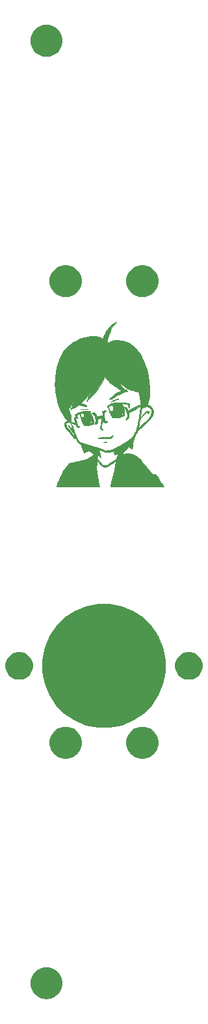
<source format=gbs>
G04 #@! TF.GenerationSoftware,KiCad,Pcbnew,(5.1.0)-1*
G04 #@! TF.CreationDate,2019-05-28T14:34:34-04:00*
G04 #@! TF.ProjectId,Power Supply_Panel,506f7765-7220-4537-9570-706c795f5061,rev?*
G04 #@! TF.SameCoordinates,Original*
G04 #@! TF.FileFunction,Soldermask,Bot*
G04 #@! TF.FilePolarity,Negative*
%FSLAX46Y46*%
G04 Gerber Fmt 4.6, Leading zero omitted, Abs format (unit mm)*
G04 Created by KiCad (PCBNEW (5.1.0)-1) date 2019-05-28 14:34:34*
%MOMM*%
%LPD*%
G04 APERTURE LIST*
%ADD10C,0.010000*%
%ADD11C,0.100000*%
G04 APERTURE END LIST*
D10*
G36*
X50572924Y-81113308D02*
G01*
X50461978Y-81173180D01*
X50338494Y-81266634D01*
X50208945Y-81388487D01*
X50079805Y-81533558D01*
X50022561Y-81606341D01*
X49954528Y-81699654D01*
X49888610Y-81795755D01*
X49830316Y-81885843D01*
X49785151Y-81961114D01*
X49758621Y-82012767D01*
X49756235Y-82031999D01*
X49756260Y-82032000D01*
X49776544Y-82014408D01*
X49825172Y-81965849D01*
X49895991Y-81892650D01*
X49982851Y-81801135D01*
X50038678Y-81741598D01*
X50160593Y-81616543D01*
X50281802Y-81502180D01*
X50396090Y-81403493D01*
X50497242Y-81325465D01*
X50579044Y-81273079D01*
X50635280Y-81251321D01*
X50648953Y-81252217D01*
X50672935Y-81280535D01*
X50697862Y-81339209D01*
X50702995Y-81356104D01*
X50730017Y-81426907D01*
X50757664Y-81446935D01*
X50786774Y-81416216D01*
X50810240Y-81359391D01*
X50829851Y-81250990D01*
X50810129Y-81166562D01*
X50754143Y-81111751D01*
X50664964Y-81092200D01*
X50664858Y-81092200D01*
X50572924Y-81113308D01*
X50572924Y-81113308D01*
G37*
X50572924Y-81113308D02*
X50461978Y-81173180D01*
X50338494Y-81266634D01*
X50208945Y-81388487D01*
X50079805Y-81533558D01*
X50022561Y-81606341D01*
X49954528Y-81699654D01*
X49888610Y-81795755D01*
X49830316Y-81885843D01*
X49785151Y-81961114D01*
X49758621Y-82012767D01*
X49756235Y-82031999D01*
X49756260Y-82032000D01*
X49776544Y-82014408D01*
X49825172Y-81965849D01*
X49895991Y-81892650D01*
X49982851Y-81801135D01*
X50038678Y-81741598D01*
X50160593Y-81616543D01*
X50281802Y-81502180D01*
X50396090Y-81403493D01*
X50497242Y-81325465D01*
X50579044Y-81273079D01*
X50635280Y-81251321D01*
X50648953Y-81252217D01*
X50672935Y-81280535D01*
X50697862Y-81339209D01*
X50702995Y-81356104D01*
X50730017Y-81426907D01*
X50757664Y-81446935D01*
X50786774Y-81416216D01*
X50810240Y-81359391D01*
X50829851Y-81250990D01*
X50810129Y-81166562D01*
X50754143Y-81111751D01*
X50664964Y-81092200D01*
X50664858Y-81092200D01*
X50572924Y-81113308D01*
G36*
X46711292Y-79547713D02*
G01*
X46600342Y-79576644D01*
X46474565Y-79618210D01*
X46341533Y-79669726D01*
X46208815Y-79728508D01*
X46083980Y-79791872D01*
X45974599Y-79857136D01*
X45901700Y-79910225D01*
X45855335Y-79952348D01*
X45850795Y-79967771D01*
X45886849Y-79956755D01*
X45962269Y-79919562D01*
X46028700Y-79883223D01*
X46134747Y-79828505D01*
X46261475Y-79770383D01*
X46397399Y-79713330D01*
X46531032Y-79661820D01*
X46650889Y-79620325D01*
X46745484Y-79593320D01*
X46793877Y-79585215D01*
X46851356Y-79577789D01*
X46879044Y-79565325D01*
X46879487Y-79563561D01*
X46858434Y-79538487D01*
X46799846Y-79534099D01*
X46711292Y-79547713D01*
X46711292Y-79547713D01*
G37*
X46711292Y-79547713D02*
X46600342Y-79576644D01*
X46474565Y-79618210D01*
X46341533Y-79669726D01*
X46208815Y-79728508D01*
X46083980Y-79791872D01*
X45974599Y-79857136D01*
X45901700Y-79910225D01*
X45855335Y-79952348D01*
X45850795Y-79967771D01*
X45886849Y-79956755D01*
X45962269Y-79919562D01*
X46028700Y-79883223D01*
X46134747Y-79828505D01*
X46261475Y-79770383D01*
X46397399Y-79713330D01*
X46531032Y-79661820D01*
X46650889Y-79620325D01*
X46745484Y-79593320D01*
X46793877Y-79585215D01*
X46851356Y-79577789D01*
X46879044Y-79565325D01*
X46879487Y-79563561D01*
X46858434Y-79538487D01*
X46799846Y-79534099D01*
X46711292Y-79547713D01*
G36*
X42368663Y-80838762D02*
G01*
X42226219Y-80843274D01*
X42098066Y-80850470D01*
X42002800Y-80859355D01*
X41963359Y-80865984D01*
X41966783Y-80871251D01*
X42014711Y-80875239D01*
X42108779Y-80878033D01*
X42250624Y-80879718D01*
X42408006Y-80880338D01*
X42609973Y-80879735D01*
X42761532Y-80877200D01*
X42863040Y-80872716D01*
X42914852Y-80866268D01*
X42917325Y-80857840D01*
X42916006Y-80857306D01*
X42864639Y-80848036D01*
X42773385Y-80841570D01*
X42653081Y-80837885D01*
X42514562Y-80836957D01*
X42368663Y-80838762D01*
X42368663Y-80838762D01*
G37*
X42368663Y-80838762D02*
X42226219Y-80843274D01*
X42098066Y-80850470D01*
X42002800Y-80859355D01*
X41963359Y-80865984D01*
X41966783Y-80871251D01*
X42014711Y-80875239D01*
X42108779Y-80878033D01*
X42250624Y-80879718D01*
X42408006Y-80880338D01*
X42609973Y-80879735D01*
X42761532Y-80877200D01*
X42863040Y-80872716D01*
X42914852Y-80866268D01*
X42917325Y-80857840D01*
X42916006Y-80857306D01*
X42864639Y-80848036D01*
X42773385Y-80841570D01*
X42653081Y-80837885D01*
X42514562Y-80836957D01*
X42368663Y-80838762D01*
G36*
X45065902Y-81066109D02*
G01*
X44949200Y-81101036D01*
X44784100Y-81156239D01*
X44790435Y-81454419D01*
X44791390Y-81570578D01*
X44789289Y-81665444D01*
X44784553Y-81729137D01*
X44777735Y-81751792D01*
X44744821Y-81737322D01*
X44707900Y-81712559D01*
X44648767Y-81688804D01*
X44564135Y-81690880D01*
X44448911Y-81719693D01*
X44298000Y-81776148D01*
X44260008Y-81792151D01*
X44063215Y-81876383D01*
X44020126Y-81744641D01*
X43956465Y-81574782D01*
X43889898Y-81451042D01*
X43816225Y-81368754D01*
X43731247Y-81323255D01*
X43630764Y-81309878D01*
X43628800Y-81309902D01*
X43525387Y-81321773D01*
X43446884Y-81349797D01*
X43397568Y-81387648D01*
X43381716Y-81429002D01*
X43403604Y-81467531D01*
X43467508Y-81496909D01*
X43497979Y-81503422D01*
X43573162Y-81520700D01*
X43628787Y-81541327D01*
X43639534Y-81548099D01*
X43684232Y-81603254D01*
X43735536Y-81694806D01*
X43787417Y-81809950D01*
X43833848Y-81935880D01*
X43855175Y-82006172D01*
X43896380Y-82191586D01*
X43906776Y-82348490D01*
X43885913Y-82489099D01*
X43833342Y-82625634D01*
X43832293Y-82627746D01*
X43792794Y-82708877D01*
X43774368Y-82757936D01*
X43775320Y-82788262D01*
X43793954Y-82813194D01*
X43807133Y-82825719D01*
X43843491Y-82854401D01*
X43877822Y-82857988D01*
X43931513Y-82837166D01*
X43946340Y-82830189D01*
X44024302Y-82780579D01*
X44095845Y-82715851D01*
X44101892Y-82708899D01*
X44134395Y-82667055D01*
X44152927Y-82627846D01*
X44159961Y-82577022D01*
X44157974Y-82500335D01*
X44152204Y-82419255D01*
X44144008Y-82318529D01*
X44136484Y-82236322D01*
X44130939Y-82186616D01*
X44129858Y-82180141D01*
X44150014Y-82163051D01*
X44207774Y-82138827D01*
X44291064Y-82110954D01*
X44387810Y-82082918D01*
X44485938Y-82058203D01*
X44573375Y-82040295D01*
X44638046Y-82032679D01*
X44640877Y-82032626D01*
X44679950Y-82037233D01*
X44691939Y-82061955D01*
X44684275Y-82120374D01*
X44673509Y-82188131D01*
X44660088Y-82287109D01*
X44646601Y-82398002D01*
X44644245Y-82418824D01*
X44630337Y-82524893D01*
X44609193Y-82663709D01*
X44583550Y-82818205D01*
X44556145Y-82971317D01*
X44552702Y-82989667D01*
X44526334Y-83131502D01*
X44509259Y-83232532D01*
X44500946Y-83301796D01*
X44500868Y-83348331D01*
X44508494Y-83381175D01*
X44523297Y-83409365D01*
X44527733Y-83416251D01*
X44574199Y-83464117D01*
X44640085Y-83505464D01*
X44712879Y-83536114D01*
X44780068Y-83551889D01*
X44829142Y-83548613D01*
X44847600Y-83523054D01*
X44829482Y-83484937D01*
X44783246Y-83431155D01*
X44748758Y-83399152D01*
X44649915Y-83314546D01*
X44700727Y-83035223D01*
X44738625Y-82745484D01*
X44754746Y-82411932D01*
X44755119Y-82381337D01*
X44757428Y-82249934D01*
X44761388Y-82138666D01*
X44766527Y-82056392D01*
X44772369Y-82011971D01*
X44775173Y-82006687D01*
X44785435Y-82029869D01*
X44797304Y-82091133D01*
X44808421Y-82177915D01*
X44809721Y-82190750D01*
X44833257Y-82351479D01*
X44871224Y-82468184D01*
X44929063Y-82546838D01*
X45012209Y-82593414D01*
X45126104Y-82613886D01*
X45197084Y-82616200D01*
X45312363Y-82607596D01*
X45390058Y-82583280D01*
X45425993Y-82545495D01*
X45417009Y-82498110D01*
X45373103Y-82459645D01*
X45315409Y-82435759D01*
X45233672Y-82416714D01*
X45172064Y-82402606D01*
X45126489Y-82378567D01*
X45090837Y-82326518D01*
X45064171Y-82242041D01*
X45045553Y-82120720D01*
X45034046Y-81958136D01*
X45028710Y-81749873D01*
X45028479Y-81726291D01*
X45025089Y-81331682D01*
X45139545Y-81219352D01*
X45199421Y-81155708D01*
X45240849Y-81102343D01*
X45254000Y-81074211D01*
X45231930Y-81048954D01*
X45168060Y-81046356D01*
X45065902Y-81066109D01*
X45065902Y-81066109D01*
G37*
X45065902Y-81066109D02*
X44949200Y-81101036D01*
X44784100Y-81156239D01*
X44790435Y-81454419D01*
X44791390Y-81570578D01*
X44789289Y-81665444D01*
X44784553Y-81729137D01*
X44777735Y-81751792D01*
X44744821Y-81737322D01*
X44707900Y-81712559D01*
X44648767Y-81688804D01*
X44564135Y-81690880D01*
X44448911Y-81719693D01*
X44298000Y-81776148D01*
X44260008Y-81792151D01*
X44063215Y-81876383D01*
X44020126Y-81744641D01*
X43956465Y-81574782D01*
X43889898Y-81451042D01*
X43816225Y-81368754D01*
X43731247Y-81323255D01*
X43630764Y-81309878D01*
X43628800Y-81309902D01*
X43525387Y-81321773D01*
X43446884Y-81349797D01*
X43397568Y-81387648D01*
X43381716Y-81429002D01*
X43403604Y-81467531D01*
X43467508Y-81496909D01*
X43497979Y-81503422D01*
X43573162Y-81520700D01*
X43628787Y-81541327D01*
X43639534Y-81548099D01*
X43684232Y-81603254D01*
X43735536Y-81694806D01*
X43787417Y-81809950D01*
X43833848Y-81935880D01*
X43855175Y-82006172D01*
X43896380Y-82191586D01*
X43906776Y-82348490D01*
X43885913Y-82489099D01*
X43833342Y-82625634D01*
X43832293Y-82627746D01*
X43792794Y-82708877D01*
X43774368Y-82757936D01*
X43775320Y-82788262D01*
X43793954Y-82813194D01*
X43807133Y-82825719D01*
X43843491Y-82854401D01*
X43877822Y-82857988D01*
X43931513Y-82837166D01*
X43946340Y-82830189D01*
X44024302Y-82780579D01*
X44095845Y-82715851D01*
X44101892Y-82708899D01*
X44134395Y-82667055D01*
X44152927Y-82627846D01*
X44159961Y-82577022D01*
X44157974Y-82500335D01*
X44152204Y-82419255D01*
X44144008Y-82318529D01*
X44136484Y-82236322D01*
X44130939Y-82186616D01*
X44129858Y-82180141D01*
X44150014Y-82163051D01*
X44207774Y-82138827D01*
X44291064Y-82110954D01*
X44387810Y-82082918D01*
X44485938Y-82058203D01*
X44573375Y-82040295D01*
X44638046Y-82032679D01*
X44640877Y-82032626D01*
X44679950Y-82037233D01*
X44691939Y-82061955D01*
X44684275Y-82120374D01*
X44673509Y-82188131D01*
X44660088Y-82287109D01*
X44646601Y-82398002D01*
X44644245Y-82418824D01*
X44630337Y-82524893D01*
X44609193Y-82663709D01*
X44583550Y-82818205D01*
X44556145Y-82971317D01*
X44552702Y-82989667D01*
X44526334Y-83131502D01*
X44509259Y-83232532D01*
X44500946Y-83301796D01*
X44500868Y-83348331D01*
X44508494Y-83381175D01*
X44523297Y-83409365D01*
X44527733Y-83416251D01*
X44574199Y-83464117D01*
X44640085Y-83505464D01*
X44712879Y-83536114D01*
X44780068Y-83551889D01*
X44829142Y-83548613D01*
X44847600Y-83523054D01*
X44829482Y-83484937D01*
X44783246Y-83431155D01*
X44748758Y-83399152D01*
X44649915Y-83314546D01*
X44700727Y-83035223D01*
X44738625Y-82745484D01*
X44754746Y-82411932D01*
X44755119Y-82381337D01*
X44757428Y-82249934D01*
X44761388Y-82138666D01*
X44766527Y-82056392D01*
X44772369Y-82011971D01*
X44775173Y-82006687D01*
X44785435Y-82029869D01*
X44797304Y-82091133D01*
X44808421Y-82177915D01*
X44809721Y-82190750D01*
X44833257Y-82351479D01*
X44871224Y-82468184D01*
X44929063Y-82546838D01*
X45012209Y-82593414D01*
X45126104Y-82613886D01*
X45197084Y-82616200D01*
X45312363Y-82607596D01*
X45390058Y-82583280D01*
X45425993Y-82545495D01*
X45417009Y-82498110D01*
X45373103Y-82459645D01*
X45315409Y-82435759D01*
X45233672Y-82416714D01*
X45172064Y-82402606D01*
X45126489Y-82378567D01*
X45090837Y-82326518D01*
X45064171Y-82242041D01*
X45045553Y-82120720D01*
X45034046Y-81958136D01*
X45028710Y-81749873D01*
X45028479Y-81726291D01*
X45025089Y-81331682D01*
X45139545Y-81219352D01*
X45199421Y-81155708D01*
X45240849Y-81102343D01*
X45254000Y-81074211D01*
X45231930Y-81048954D01*
X45168060Y-81046356D01*
X45065902Y-81066109D01*
G36*
X46097905Y-84298899D02*
G01*
X46039335Y-84335919D01*
X45986529Y-84371564D01*
X45899668Y-84427775D01*
X45820172Y-84470585D01*
X45739081Y-84501805D01*
X45647438Y-84523246D01*
X45536281Y-84536720D01*
X45396654Y-84544038D01*
X45219596Y-84547011D01*
X45116614Y-84547431D01*
X44849403Y-84550381D01*
X44631937Y-84558321D01*
X44463390Y-84571389D01*
X44342941Y-84589723D01*
X44269764Y-84613459D01*
X44243036Y-84642735D01*
X44261934Y-84677689D01*
X44274605Y-84688009D01*
X44315320Y-84699320D01*
X44398622Y-84708602D01*
X44516339Y-84715850D01*
X44660298Y-84721057D01*
X44822328Y-84724219D01*
X44994256Y-84725330D01*
X45167910Y-84724384D01*
X45335117Y-84721375D01*
X45487705Y-84716299D01*
X45617502Y-84709149D01*
X45716334Y-84699920D01*
X45774700Y-84689035D01*
X45855030Y-84660617D01*
X45923958Y-84631168D01*
X45934248Y-84625914D01*
X45993647Y-84578481D01*
X46055388Y-84505830D01*
X46107736Y-84424819D01*
X46138960Y-84352308D01*
X46143000Y-84325942D01*
X46140927Y-84296480D01*
X46128832Y-84286609D01*
X46097905Y-84298899D01*
X46097905Y-84298899D01*
G37*
X46097905Y-84298899D02*
X46039335Y-84335919D01*
X45986529Y-84371564D01*
X45899668Y-84427775D01*
X45820172Y-84470585D01*
X45739081Y-84501805D01*
X45647438Y-84523246D01*
X45536281Y-84536720D01*
X45396654Y-84544038D01*
X45219596Y-84547011D01*
X45116614Y-84547431D01*
X44849403Y-84550381D01*
X44631937Y-84558321D01*
X44463390Y-84571389D01*
X44342941Y-84589723D01*
X44269764Y-84613459D01*
X44243036Y-84642735D01*
X44261934Y-84677689D01*
X44274605Y-84688009D01*
X44315320Y-84699320D01*
X44398622Y-84708602D01*
X44516339Y-84715850D01*
X44660298Y-84721057D01*
X44822328Y-84724219D01*
X44994256Y-84725330D01*
X45167910Y-84724384D01*
X45335117Y-84721375D01*
X45487705Y-84716299D01*
X45617502Y-84709149D01*
X45716334Y-84699920D01*
X45774700Y-84689035D01*
X45855030Y-84660617D01*
X45923958Y-84631168D01*
X45934248Y-84625914D01*
X45993647Y-84578481D01*
X46055388Y-84505830D01*
X46107736Y-84424819D01*
X46138960Y-84352308D01*
X46143000Y-84325942D01*
X46140927Y-84296480D01*
X46128832Y-84286609D01*
X46097905Y-84298899D01*
G36*
X45201231Y-85118025D02*
G01*
X45184650Y-85120305D01*
X45065495Y-85140672D01*
X44990102Y-85160201D01*
X44951521Y-85181022D01*
X44943334Y-85194300D01*
X44959293Y-85213675D01*
X45010102Y-85223549D01*
X45080697Y-85223875D01*
X45156016Y-85214607D01*
X45220997Y-85195700D01*
X45222250Y-85195151D01*
X45287890Y-85158339D01*
X45304957Y-85130607D01*
X45275416Y-85115866D01*
X45201231Y-85118025D01*
X45201231Y-85118025D01*
G37*
X45201231Y-85118025D02*
X45184650Y-85120305D01*
X45065495Y-85140672D01*
X44990102Y-85160201D01*
X44951521Y-85181022D01*
X44943334Y-85194300D01*
X44959293Y-85213675D01*
X45010102Y-85223549D01*
X45080697Y-85223875D01*
X45156016Y-85214607D01*
X45220997Y-85195700D01*
X45222250Y-85195151D01*
X45287890Y-85158339D01*
X45304957Y-85130607D01*
X45275416Y-85115866D01*
X45201231Y-85118025D01*
G36*
X46500519Y-69584656D02*
G01*
X46422594Y-69619399D01*
X46330748Y-69665236D01*
X46234932Y-69717274D01*
X46145099Y-69770618D01*
X46092200Y-69805354D01*
X45985985Y-69890377D01*
X45862170Y-70007717D01*
X45730419Y-70146829D01*
X45600398Y-70297168D01*
X45481771Y-70448187D01*
X45409893Y-70549846D01*
X45261287Y-70787082D01*
X45130679Y-71029806D01*
X45009191Y-71295348D01*
X44936987Y-71472819D01*
X44893733Y-71578619D01*
X44856166Y-71661826D01*
X44828306Y-71714116D01*
X44814176Y-71727164D01*
X44814158Y-71727135D01*
X44777377Y-71696350D01*
X44703358Y-71654180D01*
X44603023Y-71605411D01*
X44487290Y-71554829D01*
X44367080Y-71507221D01*
X44253312Y-71467372D01*
X44161800Y-71441218D01*
X43951550Y-71406849D01*
X43704838Y-71393164D01*
X43431184Y-71399254D01*
X43140111Y-71424211D01*
X42841137Y-71467127D01*
X42543786Y-71527093D01*
X42257576Y-71603200D01*
X42167900Y-71631471D01*
X42020022Y-71686655D01*
X41840906Y-71763935D01*
X41641836Y-71857610D01*
X41434097Y-71961983D01*
X41228973Y-72071355D01*
X41037750Y-72180028D01*
X40871711Y-72282303D01*
X40847100Y-72298444D01*
X40556498Y-72503947D01*
X40299394Y-72715046D01*
X40071085Y-72938000D01*
X39866863Y-73179071D01*
X39682024Y-73444518D01*
X39511863Y-73740600D01*
X39351673Y-74073579D01*
X39196750Y-74449713D01*
X39162792Y-74539182D01*
X38988145Y-75051899D01*
X38848610Y-75566661D01*
X38742019Y-76094025D01*
X38666203Y-76644548D01*
X38622380Y-77170338D01*
X38604729Y-77666864D01*
X38614757Y-78135699D01*
X38653665Y-78592504D01*
X38722649Y-79052937D01*
X38793300Y-79403100D01*
X38863931Y-79709984D01*
X38931650Y-79976680D01*
X38999996Y-80213386D01*
X39072508Y-80430304D01*
X39152727Y-80637631D01*
X39244191Y-80845569D01*
X39350440Y-81064317D01*
X39410302Y-81181100D01*
X39574372Y-81489011D01*
X39722649Y-81751289D01*
X39854868Y-81967529D01*
X39970765Y-82137326D01*
X40070075Y-82260278D01*
X40152533Y-82335980D01*
X40177551Y-82351336D01*
X40229001Y-82386185D01*
X40231944Y-82413736D01*
X40185563Y-82435512D01*
X40125729Y-82447749D01*
X40010008Y-82489024D01*
X39910474Y-82566336D01*
X39844038Y-82666426D01*
X39820867Y-82776407D01*
X39826342Y-82913334D01*
X39858724Y-83063445D01*
X39912005Y-83203982D01*
X39986975Y-83334617D01*
X40098418Y-83481981D01*
X40211298Y-83609935D01*
X40312785Y-83723484D01*
X40416867Y-83846782D01*
X40509981Y-83963412D01*
X40567916Y-84041535D01*
X40642613Y-84140356D01*
X40739910Y-84258473D01*
X40846092Y-84379661D01*
X40929226Y-84468964D01*
X41023667Y-84565853D01*
X41091545Y-84631247D01*
X41140832Y-84670902D01*
X41179503Y-84690577D01*
X41215530Y-84696028D01*
X41241757Y-84694628D01*
X41287117Y-84692648D01*
X41319406Y-84703393D01*
X41348141Y-84736084D01*
X41382844Y-84799944D01*
X41411415Y-84858993D01*
X41479110Y-84988528D01*
X41553703Y-85111398D01*
X41629957Y-85221033D01*
X41702633Y-85310866D01*
X41766493Y-85374327D01*
X41816298Y-85404848D01*
X41843216Y-85400451D01*
X41873672Y-85399664D01*
X41904741Y-85412094D01*
X41947937Y-85456647D01*
X42001014Y-85547906D01*
X42062703Y-85683017D01*
X42131736Y-85859126D01*
X42206845Y-86073379D01*
X42230621Y-86145427D01*
X42274708Y-86275023D01*
X42316595Y-86387746D01*
X42352631Y-86474504D01*
X42379161Y-86526202D01*
X42387510Y-86535936D01*
X42423389Y-86539184D01*
X42486872Y-86517273D01*
X42583574Y-86468040D01*
X42626597Y-86443786D01*
X42730406Y-86387492D01*
X42830983Y-86338488D01*
X42911162Y-86304973D01*
X42930625Y-86298592D01*
X43032950Y-86269129D01*
X43311625Y-86464021D01*
X43419164Y-86539895D01*
X43514749Y-86608566D01*
X43588960Y-86663179D01*
X43632376Y-86696881D01*
X43635943Y-86699972D01*
X43663954Y-86730174D01*
X43655782Y-86751317D01*
X43610543Y-86776844D01*
X43557534Y-86812910D01*
X43485555Y-86873750D01*
X43409762Y-86946509D01*
X43406362Y-86950004D01*
X43291934Y-87054563D01*
X43153041Y-87161277D01*
X43007152Y-87257957D01*
X42871739Y-87332413D01*
X42834138Y-87349276D01*
X42759798Y-87375425D01*
X42643619Y-87410195D01*
X42493456Y-87451673D01*
X42317163Y-87497942D01*
X42122597Y-87547087D01*
X41917613Y-87597191D01*
X41710067Y-87646338D01*
X41507812Y-87692614D01*
X41318706Y-87734102D01*
X41150603Y-87768886D01*
X41011358Y-87795050D01*
X40994518Y-87797933D01*
X40789740Y-87835054D01*
X40630115Y-87870470D01*
X40510127Y-87906163D01*
X40424265Y-87944114D01*
X40367014Y-87986305D01*
X40332861Y-88034719D01*
X40332287Y-88035956D01*
X40306096Y-88077092D01*
X40254694Y-88146001D01*
X40186194Y-88232111D01*
X40128354Y-88301768D01*
X39997037Y-88472455D01*
X39855384Y-88684224D01*
X39707358Y-88929408D01*
X39556922Y-89200343D01*
X39408039Y-89489365D01*
X39264672Y-89788807D01*
X39130786Y-90091006D01*
X39010343Y-90388296D01*
X38917017Y-90644441D01*
X38804546Y-90972800D01*
X44391368Y-90972800D01*
X44378300Y-90915650D01*
X44338902Y-90733954D01*
X44295194Y-90516437D01*
X44249404Y-90275618D01*
X44203761Y-90024016D01*
X44160493Y-89774153D01*
X44121830Y-89538548D01*
X44090000Y-89329721D01*
X44070482Y-89186603D01*
X44049512Y-89016543D01*
X44034120Y-88878367D01*
X44023869Y-88759769D01*
X44018320Y-88648442D01*
X44017034Y-88532081D01*
X44019573Y-88398380D01*
X44025500Y-88235032D01*
X44031556Y-88093578D01*
X44039278Y-87927288D01*
X44046965Y-87778691D01*
X44054177Y-87655062D01*
X44060472Y-87563673D01*
X44065410Y-87511799D01*
X44067374Y-87502759D01*
X44085144Y-87516562D01*
X44120419Y-87562930D01*
X44153774Y-87613380D01*
X44217124Y-87703675D01*
X44303693Y-87813122D01*
X44403888Y-87930957D01*
X44508112Y-88046415D01*
X44606772Y-88148731D01*
X44690273Y-88227141D01*
X44727485Y-88257067D01*
X44848363Y-88326362D01*
X44984661Y-88375695D01*
X45117631Y-88399588D01*
X45206726Y-88397082D01*
X45283101Y-88377177D01*
X45380384Y-88341675D01*
X45458082Y-88307357D01*
X45552572Y-88256652D01*
X45677141Y-88182701D01*
X45821048Y-88092497D01*
X45973549Y-87993034D01*
X46123904Y-87891302D01*
X46261371Y-87794295D01*
X46364705Y-87717186D01*
X46439906Y-87659675D01*
X46498054Y-87616631D01*
X46528960Y-87595556D01*
X46531234Y-87594600D01*
X46530989Y-87618386D01*
X46523023Y-87684869D01*
X46508523Y-87786731D01*
X46488674Y-87916654D01*
X46464663Y-88067322D01*
X46437677Y-88231417D01*
X46408901Y-88401623D01*
X46379522Y-88570621D01*
X46350727Y-88731096D01*
X46323701Y-88875730D01*
X46322582Y-88881559D01*
X46264279Y-89167529D01*
X46196631Y-89470144D01*
X46123090Y-89775468D01*
X46047106Y-90069566D01*
X45972134Y-90338504D01*
X45915018Y-90526758D01*
X45876904Y-90652050D01*
X45846175Y-90763517D01*
X45825552Y-90850476D01*
X45817752Y-90902246D01*
X45818014Y-90907758D01*
X45825500Y-90960100D01*
X49298950Y-90966540D01*
X49714628Y-90967200D01*
X50116109Y-90967621D01*
X50500485Y-90967810D01*
X50864849Y-90967776D01*
X51206292Y-90967525D01*
X51521906Y-90967065D01*
X51808784Y-90966403D01*
X52064017Y-90965548D01*
X52284698Y-90964506D01*
X52467919Y-90963286D01*
X52610771Y-90961894D01*
X52710347Y-90960338D01*
X52763739Y-90958626D01*
X52772400Y-90957551D01*
X52758798Y-90931986D01*
X52721594Y-90873028D01*
X52666188Y-90788987D01*
X52597985Y-90688174D01*
X52585060Y-90669317D01*
X52496109Y-90536867D01*
X52401112Y-90390633D01*
X52312801Y-90250444D01*
X52256490Y-90157606D01*
X52134507Y-89957825D01*
X52017725Y-89779164D01*
X51910246Y-89627354D01*
X51816175Y-89508127D01*
X51739617Y-89427212D01*
X51723706Y-89413650D01*
X51659693Y-89369179D01*
X51594669Y-89343652D01*
X51508351Y-89330466D01*
X51457006Y-89326789D01*
X51347779Y-89315418D01*
X51279410Y-89295206D01*
X51248400Y-89271798D01*
X51217195Y-89234779D01*
X51161596Y-89168668D01*
X51089860Y-89083288D01*
X51020981Y-89001252D01*
X50922512Y-88884884D01*
X50813852Y-88757974D01*
X50711672Y-88639934D01*
X50663722Y-88585200D01*
X50589394Y-88498408D01*
X50493890Y-88383234D01*
X50386946Y-88251614D01*
X50278294Y-88115479D01*
X50218287Y-88039100D01*
X49952427Y-87712759D01*
X49700736Y-87433600D01*
X49461891Y-87200426D01*
X49234570Y-87012038D01*
X49017451Y-86867238D01*
X48882612Y-86800644D01*
X46795341Y-86800644D01*
X46794690Y-86802775D01*
X46780192Y-86843742D01*
X46752158Y-86919718D01*
X46715205Y-87018266D01*
X46689325Y-87086600D01*
X46649675Y-87191261D01*
X46616510Y-87279482D01*
X46594213Y-87339568D01*
X46587608Y-87358044D01*
X46562083Y-87384893D01*
X46499654Y-87433410D01*
X46407064Y-87499271D01*
X46291057Y-87578152D01*
X46158376Y-87665727D01*
X46015763Y-87757674D01*
X45869962Y-87849667D01*
X45727716Y-87937384D01*
X45595768Y-88016499D01*
X45480861Y-88082688D01*
X45389738Y-88131628D01*
X45355600Y-88148097D01*
X45231160Y-88186491D01*
X45092798Y-88200988D01*
X44962087Y-88190579D01*
X44891235Y-88169888D01*
X44831326Y-88131699D01*
X44748515Y-88061138D01*
X44650474Y-87966401D01*
X44544874Y-87855685D01*
X44439386Y-87737188D01*
X44341680Y-87619107D01*
X44259428Y-87509640D01*
X44224207Y-87457102D01*
X44163738Y-87358092D01*
X44127428Y-87286208D01*
X44109956Y-87227203D01*
X44106001Y-87166831D01*
X44106824Y-87142775D01*
X44115852Y-87023625D01*
X44131941Y-86943090D01*
X44159767Y-86889040D01*
X44204002Y-86849346D01*
X44224992Y-86836147D01*
X44310213Y-86785866D01*
X44379551Y-86949013D01*
X44434961Y-87065812D01*
X44482078Y-87136720D01*
X44519789Y-87160285D01*
X44535695Y-87152972D01*
X44543286Y-87115845D01*
X44538496Y-87039928D01*
X44523207Y-86935186D01*
X44499302Y-86811585D01*
X44468665Y-86679092D01*
X44433178Y-86547670D01*
X44403281Y-86452135D01*
X44368334Y-86344920D01*
X44341797Y-86256791D01*
X44326599Y-86197943D01*
X44324710Y-86178624D01*
X44340981Y-86175983D01*
X44379140Y-86183291D01*
X44444425Y-86202175D01*
X44542073Y-86234265D01*
X44677320Y-86281188D01*
X44834900Y-86337225D01*
X45165100Y-86455468D01*
X45495300Y-86443563D01*
X45723774Y-86427290D01*
X45918274Y-86394184D01*
X46093847Y-86340728D01*
X46265137Y-86263615D01*
X46317905Y-86239261D01*
X46345174Y-86232408D01*
X46346200Y-86233797D01*
X46341301Y-86263453D01*
X46328735Y-86326434D01*
X46318126Y-86376806D01*
X46305164Y-86470572D01*
X46301980Y-86573620D01*
X46307429Y-86673623D01*
X46320369Y-86758255D01*
X46339653Y-86815188D01*
X46360438Y-86832600D01*
X46392764Y-86810969D01*
X46411687Y-86770229D01*
X46433494Y-86725048D01*
X46477666Y-86716269D01*
X46494721Y-86718439D01*
X46561349Y-86728128D01*
X46649689Y-86740054D01*
X46685210Y-86744635D01*
X46759400Y-86757371D01*
X46792783Y-86774274D01*
X46795341Y-86800644D01*
X48882612Y-86800644D01*
X48813941Y-86766729D01*
X48672445Y-86723691D01*
X48494496Y-86691068D01*
X48293522Y-86669652D01*
X48082949Y-86660232D01*
X47876204Y-86663598D01*
X47686713Y-86680541D01*
X47598382Y-86695193D01*
X47542149Y-86701189D01*
X47509444Y-86681692D01*
X47481069Y-86625971D01*
X47445007Y-86540500D01*
X47600454Y-86397884D01*
X47686294Y-86313329D01*
X47786627Y-86205733D01*
X47885375Y-86092627D01*
X47929314Y-86039258D01*
X48020140Y-85930777D01*
X48102684Y-85840828D01*
X48171733Y-85774263D01*
X48222074Y-85735938D01*
X48248492Y-85730706D01*
X48251200Y-85739566D01*
X48269489Y-85782654D01*
X48317520Y-85840367D01*
X48385042Y-85904548D01*
X48461807Y-85967041D01*
X48537562Y-86019690D01*
X48602057Y-86054337D01*
X48645042Y-86062825D01*
X48652431Y-86058835D01*
X48658629Y-86030414D01*
X48666801Y-85961920D01*
X48675831Y-85863987D01*
X48683696Y-85760561D01*
X48699290Y-85614375D01*
X48727084Y-85433133D01*
X48764369Y-85230342D01*
X48808437Y-85019509D01*
X48856580Y-84814142D01*
X48906089Y-84627747D01*
X48921086Y-84576609D01*
X48949535Y-84503954D01*
X48997405Y-84403743D01*
X49057038Y-84291399D01*
X49098565Y-84219038D01*
X49166935Y-84097895D01*
X49233449Y-83969851D01*
X49288149Y-83854501D01*
X49309353Y-83804178D01*
X49353512Y-83702464D01*
X49397243Y-83633045D01*
X49452782Y-83579017D01*
X49494291Y-83548713D01*
X49616219Y-83459493D01*
X49763627Y-83342558D01*
X49926571Y-83206600D01*
X50095105Y-83060315D01*
X50259284Y-82912396D01*
X50409163Y-82771537D01*
X50534797Y-82646431D01*
X50574425Y-82604490D01*
X50792693Y-82361508D01*
X50973080Y-82144984D01*
X51118031Y-81950485D01*
X51229994Y-81773581D01*
X51311415Y-81609837D01*
X51364741Y-81454821D01*
X51392418Y-81304100D01*
X51395334Y-81205791D01*
X51181135Y-81205791D01*
X51169496Y-81347222D01*
X51135805Y-81482971D01*
X51075669Y-81624644D01*
X50984694Y-81783843D01*
X50930782Y-81866900D01*
X50815967Y-82023934D01*
X50668481Y-82202619D01*
X50496446Y-82394327D01*
X50307982Y-82590431D01*
X50111210Y-82782303D01*
X49914251Y-82961315D01*
X49843149Y-83022399D01*
X49729612Y-83118219D01*
X49630562Y-83201691D01*
X49552072Y-83267706D01*
X49500215Y-83311157D01*
X49481064Y-83326934D01*
X49481062Y-83326934D01*
X49484879Y-83304134D01*
X49496813Y-83242697D01*
X49514682Y-83153732D01*
X49524596Y-83105150D01*
X49568457Y-82884222D01*
X49613197Y-82646098D01*
X49657401Y-82399398D01*
X49699651Y-82152743D01*
X49738532Y-81914754D01*
X49772627Y-81694051D01*
X49800519Y-81499254D01*
X49820792Y-81338986D01*
X49830313Y-81244600D01*
X49845783Y-81081833D01*
X49865235Y-80959953D01*
X49894435Y-80869077D01*
X49939147Y-80799323D01*
X50005139Y-80740809D01*
X50098175Y-80683653D01*
X50184020Y-80638370D01*
X50300801Y-80582349D01*
X50363517Y-80559671D01*
X49730376Y-80559671D01*
X49712755Y-80806885D01*
X49685913Y-81101488D01*
X49645519Y-81415546D01*
X49590136Y-81759179D01*
X49534996Y-82057400D01*
X49501785Y-82230530D01*
X49467171Y-82413850D01*
X49434341Y-82590292D01*
X49406484Y-82742791D01*
X49395067Y-82806700D01*
X49325185Y-83148212D01*
X49241648Y-83451264D01*
X49140493Y-83727265D01*
X49017753Y-83987622D01*
X48930010Y-84144609D01*
X48816618Y-84324348D01*
X48700504Y-84480590D01*
X48573166Y-84621730D01*
X48426104Y-84756164D01*
X48250818Y-84892285D01*
X48038805Y-85038491D01*
X47997200Y-85065799D01*
X47802690Y-85188804D01*
X47586066Y-85319032D01*
X47354598Y-85452634D01*
X47115555Y-85585762D01*
X46876208Y-85714569D01*
X46643826Y-85835206D01*
X46425679Y-85943826D01*
X46229036Y-86036580D01*
X46061168Y-86109621D01*
X45935629Y-86157024D01*
X45827861Y-86186143D01*
X45692835Y-86212729D01*
X45544929Y-86234998D01*
X45398521Y-86251169D01*
X45267989Y-86259457D01*
X45167713Y-86258079D01*
X45143821Y-86255217D01*
X45090270Y-86239603D01*
X45004848Y-86207225D01*
X44901373Y-86163529D01*
X44836057Y-86133995D01*
X44695440Y-86070466D01*
X44564042Y-86015529D01*
X44431505Y-85965639D01*
X44287475Y-85917254D01*
X44121596Y-85866829D01*
X43923511Y-85810820D01*
X43768031Y-85768517D01*
X43534825Y-85703481D01*
X43272854Y-85626593D01*
X42995168Y-85541959D01*
X42714820Y-85453687D01*
X42444860Y-85365886D01*
X42198339Y-85282661D01*
X41993368Y-85209978D01*
X41880239Y-85167572D01*
X41803176Y-85134021D01*
X41750333Y-85101299D01*
X41709863Y-85061378D01*
X41669921Y-85006230D01*
X41651628Y-84978400D01*
X41594934Y-84880112D01*
X41526018Y-84742611D01*
X41448707Y-84574879D01*
X41393205Y-84446779D01*
X41222063Y-84446779D01*
X41207253Y-84441544D01*
X41170294Y-84406930D01*
X41106192Y-84339838D01*
X41061890Y-84292600D01*
X40967008Y-84186032D01*
X40868556Y-84066899D01*
X40783264Y-83955696D01*
X40758790Y-83921245D01*
X40689971Y-83828484D01*
X40598326Y-83714703D01*
X40496521Y-83595229D01*
X40409704Y-83498761D01*
X40243815Y-83304531D01*
X40124473Y-83129280D01*
X40051754Y-82973171D01*
X40025734Y-82836368D01*
X40046490Y-82719035D01*
X40046794Y-82718298D01*
X40078680Y-82666322D01*
X40131999Y-82630329D01*
X40207060Y-82603578D01*
X40335586Y-82573135D01*
X40438009Y-82569672D01*
X40531601Y-82593729D01*
X40578394Y-82615176D01*
X40646547Y-82659136D01*
X40681539Y-82712770D01*
X40693931Y-82760729D01*
X40708517Y-82821697D01*
X40735170Y-82917995D01*
X40770166Y-83036668D01*
X40809786Y-83164763D01*
X40811974Y-83171662D01*
X40848438Y-83289922D01*
X40877162Y-83389752D01*
X40895599Y-83461776D01*
X40901203Y-83496615D01*
X40900645Y-83498222D01*
X40879741Y-83485327D01*
X40830006Y-83442142D01*
X40758059Y-83374762D01*
X40670521Y-83289283D01*
X40633174Y-83251943D01*
X40540211Y-83161113D01*
X40458685Y-83086548D01*
X40395603Y-83034276D01*
X40357974Y-83010321D01*
X40351754Y-83009928D01*
X40327678Y-83052376D01*
X40343876Y-83125221D01*
X40400399Y-83228658D01*
X40413608Y-83248684D01*
X40474788Y-83333015D01*
X40560462Y-83442529D01*
X40660557Y-83565183D01*
X40765000Y-83688932D01*
X40863717Y-83801733D01*
X40946637Y-83891542D01*
X40976186Y-83921318D01*
X41031262Y-83987424D01*
X41084883Y-84079997D01*
X41140875Y-84206726D01*
X41203063Y-84375297D01*
X41205209Y-84381500D01*
X41219717Y-84425731D01*
X41222063Y-84446779D01*
X41393205Y-84446779D01*
X41366828Y-84385901D01*
X41284211Y-84184660D01*
X41204683Y-83980141D01*
X41132073Y-83781326D01*
X41093250Y-83668001D01*
X41036973Y-83506331D01*
X40972585Y-83333320D01*
X40907248Y-83167556D01*
X40848126Y-83027626D01*
X40836573Y-83001954D01*
X40786764Y-82890897D01*
X40745872Y-82795854D01*
X40718039Y-82726734D01*
X40707410Y-82693445D01*
X40707400Y-82693102D01*
X40724588Y-82668536D01*
X40766536Y-82672733D01*
X40818825Y-82702126D01*
X40846590Y-82727548D01*
X40906361Y-82768255D01*
X40998223Y-82805411D01*
X41103524Y-82832989D01*
X41203614Y-82844963D01*
X41210301Y-82845064D01*
X41248327Y-82869402D01*
X41295235Y-82939632D01*
X41324186Y-82997244D01*
X41390882Y-83114398D01*
X41459014Y-83181814D01*
X41468975Y-83187479D01*
X41566562Y-83220005D01*
X41662448Y-83222023D01*
X41739729Y-83194163D01*
X41760052Y-83176600D01*
X41788709Y-83123824D01*
X41774315Y-83085913D01*
X41728251Y-83073305D01*
X41637328Y-83048573D01*
X41558102Y-82976802D01*
X41493515Y-82860993D01*
X41477111Y-82817162D01*
X41445719Y-82713105D01*
X41409843Y-82575862D01*
X41373444Y-82422342D01*
X41340481Y-82269450D01*
X41314915Y-82134096D01*
X41309852Y-82103122D01*
X41318157Y-82042192D01*
X41359413Y-82009725D01*
X41423192Y-82007743D01*
X41499071Y-82038267D01*
X41530813Y-82060295D01*
X41579071Y-82093588D01*
X41607678Y-82104654D01*
X41609201Y-82103866D01*
X41601243Y-82079388D01*
X41571214Y-82023055D01*
X41524917Y-81945482D01*
X41506924Y-81916820D01*
X41454776Y-81831682D01*
X41415307Y-81761427D01*
X41395150Y-81718064D01*
X41393861Y-81712155D01*
X41414857Y-81691113D01*
X41470079Y-81656452D01*
X41547014Y-81614455D01*
X41633148Y-81571402D01*
X41715969Y-81533576D01*
X41782962Y-81507256D01*
X41819295Y-81498600D01*
X41839094Y-81507009D01*
X41854839Y-81537934D01*
X41868993Y-81599915D01*
X41884022Y-81701494D01*
X41888936Y-81739900D01*
X41912640Y-81862864D01*
X41954447Y-82013608D01*
X42010019Y-82181174D01*
X42075016Y-82354602D01*
X42145102Y-82522934D01*
X42215937Y-82675212D01*
X42283183Y-82800477D01*
X42342502Y-82887769D01*
X42344135Y-82889713D01*
X42414496Y-82972726D01*
X42811898Y-82958913D01*
X42984592Y-82952378D01*
X43116206Y-82945464D01*
X43216446Y-82936719D01*
X43295023Y-82924690D01*
X43361643Y-82907925D01*
X43426015Y-82884974D01*
X43491226Y-82857309D01*
X43567319Y-82820244D01*
X43608924Y-82785798D01*
X43629451Y-82739665D01*
X43636996Y-82701839D01*
X43648506Y-82615330D01*
X43648607Y-82611783D01*
X43421603Y-82611783D01*
X43384231Y-82665195D01*
X43314819Y-82691601D01*
X43298200Y-82692400D01*
X43236258Y-82681311D01*
X43201681Y-82661919D01*
X43178210Y-82614423D01*
X43171200Y-82565400D01*
X43190363Y-82489214D01*
X43239459Y-82445977D01*
X43305901Y-82440840D01*
X43377100Y-82478958D01*
X43378750Y-82480436D01*
X43421565Y-82545488D01*
X43421603Y-82611783D01*
X43648607Y-82611783D01*
X43650765Y-82536288D01*
X43642149Y-82452261D01*
X43621035Y-82350797D01*
X43585798Y-82219442D01*
X43564490Y-82145859D01*
X43506981Y-81960376D01*
X43452200Y-81810971D01*
X43417827Y-81736445D01*
X42403870Y-81736445D01*
X42394649Y-81796460D01*
X42371414Y-81844157D01*
X42350532Y-81859642D01*
X42319507Y-81869627D01*
X42290851Y-81892720D01*
X42232482Y-81918030D01*
X42150603Y-81911824D01*
X42060041Y-81875919D01*
X42036305Y-81861553D01*
X41992475Y-81810456D01*
X41959956Y-81718623D01*
X41951634Y-81680734D01*
X41934042Y-81594704D01*
X41918881Y-81525315D01*
X41911934Y-81496957D01*
X41919762Y-81467982D01*
X41965268Y-81440053D01*
X42036565Y-81414407D01*
X42147189Y-81383578D01*
X42222631Y-81374738D01*
X42273860Y-81388645D01*
X42311845Y-81426060D01*
X42317140Y-81433841D01*
X42363812Y-81528462D01*
X42394142Y-81635971D01*
X42403870Y-81736445D01*
X43417827Y-81736445D01*
X43393540Y-81683788D01*
X43324391Y-81564970D01*
X43238146Y-81440660D01*
X43210478Y-81403572D01*
X43145507Y-81316684D01*
X43108007Y-81261855D01*
X43094755Y-81230663D01*
X43102531Y-81214684D01*
X43128113Y-81205496D01*
X43134144Y-81203968D01*
X43181242Y-81182873D01*
X43196600Y-81161413D01*
X43185616Y-81147154D01*
X43179888Y-81151246D01*
X43149617Y-81151349D01*
X43124964Y-81136429D01*
X43077013Y-81119988D01*
X42988739Y-81110840D01*
X42870043Y-81108622D01*
X42730821Y-81112967D01*
X42580971Y-81123511D01*
X42430392Y-81139889D01*
X42288982Y-81161736D01*
X42253477Y-81168561D01*
X42071028Y-81210307D01*
X41892210Y-81260249D01*
X41722396Y-81315925D01*
X41566959Y-81374877D01*
X41431269Y-81434643D01*
X41320698Y-81492764D01*
X41240620Y-81546779D01*
X41196404Y-81594229D01*
X41193424Y-81632653D01*
X41208287Y-81647213D01*
X41234460Y-81678380D01*
X41270930Y-81738109D01*
X41287895Y-81770062D01*
X41341813Y-81876425D01*
X41260349Y-81884362D01*
X41182500Y-81911056D01*
X41141556Y-81959130D01*
X41126439Y-81992679D01*
X41118973Y-82032619D01*
X41119429Y-82089148D01*
X41128080Y-82172461D01*
X41145194Y-82292754D01*
X41151538Y-82334436D01*
X41170438Y-82471837D01*
X41180449Y-82577318D01*
X41181100Y-82644343D01*
X41175375Y-82665254D01*
X41147251Y-82662280D01*
X41084436Y-82643379D01*
X40998706Y-82613149D01*
X40901839Y-82576187D01*
X40805613Y-82537089D01*
X40721805Y-82500452D01*
X40662193Y-82470875D01*
X40641017Y-82456682D01*
X40643993Y-82431266D01*
X40657545Y-82371394D01*
X40673057Y-82311365D01*
X40694971Y-82161827D01*
X40691869Y-81977195D01*
X40665098Y-81765799D01*
X40616005Y-81535967D01*
X40545939Y-81296030D01*
X40478665Y-81109940D01*
X40370805Y-80835581D01*
X40420997Y-80779740D01*
X40710087Y-80441178D01*
X40955629Y-80116557D01*
X41161221Y-79800912D01*
X41268825Y-79610143D01*
X41319502Y-79516510D01*
X41360188Y-79444808D01*
X41386015Y-79403396D01*
X41392713Y-79397384D01*
X41380500Y-79433757D01*
X41343156Y-79514270D01*
X41280682Y-79638917D01*
X41193083Y-79807693D01*
X41080361Y-80020591D01*
X40962179Y-80241104D01*
X40885873Y-80384107D01*
X40817179Y-80515198D01*
X40760061Y-80626619D01*
X40718487Y-80710612D01*
X40696423Y-80759416D01*
X40694621Y-80764526D01*
X40663501Y-80832070D01*
X40636959Y-80869950D01*
X40615393Y-80905258D01*
X40627615Y-80914400D01*
X40675526Y-80901434D01*
X40757642Y-80865674D01*
X40865455Y-80811825D01*
X40990458Y-80744592D01*
X41124143Y-80668679D01*
X41258002Y-80588793D01*
X41383527Y-80509639D01*
X41490149Y-80437388D01*
X41650598Y-80323316D01*
X41827623Y-80352551D01*
X41935957Y-80374412D01*
X42068479Y-80406857D01*
X42201348Y-80443923D01*
X42238674Y-80455356D01*
X42351834Y-80488927D01*
X42457279Y-80516718D01*
X42538573Y-80534534D01*
X42563420Y-80538233D01*
X42638288Y-80537037D01*
X42682237Y-80518943D01*
X42687897Y-80489239D01*
X42665732Y-80464821D01*
X42642279Y-80443918D01*
X42661580Y-80443815D01*
X42682250Y-80448725D01*
X42727227Y-80450157D01*
X42739400Y-80421159D01*
X42731378Y-80398357D01*
X42703661Y-80373425D01*
X42650780Y-80343753D01*
X42567260Y-80306731D01*
X42447632Y-80259750D01*
X42286422Y-80200199D01*
X42243645Y-80184724D01*
X42137226Y-80145272D01*
X42051072Y-80111311D01*
X41994836Y-80086784D01*
X41977762Y-80076200D01*
X41995659Y-80055728D01*
X42044966Y-80008269D01*
X42118808Y-79940229D01*
X42210311Y-79858012D01*
X42242865Y-79829168D01*
X42544412Y-79540234D01*
X42823449Y-79227839D01*
X43071819Y-78902120D01*
X43090716Y-78872458D01*
X41588839Y-78872458D01*
X41584867Y-78901912D01*
X41571626Y-78954730D01*
X41546392Y-79031491D01*
X41513857Y-79120334D01*
X41478714Y-79209396D01*
X41445655Y-79286814D01*
X41419372Y-79340727D01*
X41404559Y-79359271D01*
X41404078Y-79358944D01*
X41408317Y-79332908D01*
X41426965Y-79270488D01*
X41456554Y-79182849D01*
X41473525Y-79135378D01*
X41522765Y-79001369D01*
X41557174Y-78911726D01*
X41578494Y-78862796D01*
X41588468Y-78850924D01*
X41588839Y-78872458D01*
X43090716Y-78872458D01*
X43281366Y-78573212D01*
X43341875Y-78463300D01*
X43388746Y-78376487D01*
X43425395Y-78312398D01*
X43446631Y-78279921D01*
X43449859Y-78278488D01*
X43439263Y-78324757D01*
X43407088Y-78410524D01*
X43355748Y-78530514D01*
X43287658Y-78679449D01*
X43205232Y-78852052D01*
X43110884Y-79043045D01*
X43007029Y-79247152D01*
X43003900Y-79253214D01*
X42924100Y-79408907D01*
X42852705Y-79550470D01*
X42792887Y-79671423D01*
X42747822Y-79765286D01*
X42720684Y-79825579D01*
X42714000Y-79845026D01*
X42726758Y-79864912D01*
X42764717Y-79841388D01*
X42827406Y-79774879D01*
X42914354Y-79665811D01*
X42919028Y-79659647D01*
X43005597Y-79553463D01*
X43107154Y-79440824D01*
X43202301Y-79345418D01*
X43205831Y-79342147D01*
X43445119Y-79114224D01*
X43657491Y-78895274D01*
X43859373Y-78667774D01*
X44018215Y-78475491D01*
X44205524Y-78234700D01*
X43476000Y-78234700D01*
X43463300Y-78247400D01*
X43450600Y-78234700D01*
X43463300Y-78222000D01*
X43476000Y-78234700D01*
X44205524Y-78234700D01*
X44244793Y-78184220D01*
X44437133Y-77914355D01*
X44601045Y-77656046D01*
X44742338Y-77399443D01*
X44866822Y-77134697D01*
X44980306Y-76851957D01*
X44987947Y-76831350D01*
X45028122Y-76726187D01*
X45063140Y-76641378D01*
X45088817Y-76586638D01*
X45100051Y-76571000D01*
X45118349Y-76592037D01*
X45151376Y-76647383D01*
X45192218Y-76725386D01*
X45195101Y-76731210D01*
X45273142Y-76864773D01*
X45381945Y-77016742D01*
X45511581Y-77175108D01*
X45652121Y-77327864D01*
X45793637Y-77463004D01*
X45816883Y-77483196D01*
X45972956Y-77607713D01*
X46163204Y-77745229D01*
X46375517Y-77887807D01*
X46597786Y-78027508D01*
X46817901Y-78156394D01*
X46969048Y-78238454D01*
X47291014Y-78406509D01*
X47015457Y-78550124D01*
X46771109Y-78686424D01*
X46528899Y-78838232D01*
X46297847Y-78998928D01*
X46086973Y-79161894D01*
X45905299Y-79320510D01*
X45761846Y-79468155D01*
X45757476Y-79473220D01*
X45702796Y-79538269D01*
X45675787Y-79574977D01*
X45678691Y-79582464D01*
X45713750Y-79559852D01*
X45783207Y-79506260D01*
X45887653Y-79422150D01*
X45973230Y-79355391D01*
X46023052Y-79322503D01*
X46036321Y-79323140D01*
X46012238Y-79356954D01*
X45950002Y-79423598D01*
X45932241Y-79441502D01*
X45871913Y-79505967D01*
X45831973Y-79556808D01*
X45820310Y-79583862D01*
X45820951Y-79584816D01*
X45846463Y-79577427D01*
X45898972Y-79543120D01*
X45967763Y-79489014D01*
X45977281Y-79480950D01*
X46058503Y-79413776D01*
X46103409Y-79382050D01*
X46111982Y-79385772D01*
X46084202Y-79424943D01*
X46038769Y-79478416D01*
X45997646Y-79530342D01*
X45980569Y-79562763D01*
X45984033Y-79568200D01*
X46017488Y-79551130D01*
X46053911Y-79517609D01*
X46142220Y-79437398D01*
X46271665Y-79344023D01*
X46435496Y-79241271D01*
X46508609Y-79199900D01*
X46422400Y-79199900D01*
X46409700Y-79212600D01*
X46397000Y-79199900D01*
X46409700Y-79187200D01*
X46422400Y-79199900D01*
X46508609Y-79199900D01*
X46626961Y-79132931D01*
X46839309Y-79022790D01*
X47065788Y-78914636D01*
X47273904Y-78823526D01*
X47086766Y-78823526D01*
X47051515Y-78846092D01*
X46983319Y-78883986D01*
X46888447Y-78933564D01*
X46879600Y-78938074D01*
X46767678Y-78996046D01*
X46667020Y-79050015D01*
X46589526Y-79093490D01*
X46550099Y-79117804D01*
X46495403Y-79152561D01*
X46474450Y-79159058D01*
X46491087Y-79138344D01*
X46524000Y-79110691D01*
X46580487Y-79073101D01*
X46668184Y-79022256D01*
X46773441Y-78965259D01*
X46882608Y-78909212D01*
X46982033Y-78861219D01*
X47058068Y-78828381D01*
X47082800Y-78819933D01*
X47086766Y-78823526D01*
X47273904Y-78823526D01*
X47299646Y-78812257D01*
X47343150Y-78794264D01*
X47408585Y-78766659D01*
X47252444Y-78766659D01*
X47235200Y-78780800D01*
X47188896Y-78802293D01*
X47171700Y-78805422D01*
X47167157Y-78794940D01*
X47184400Y-78780800D01*
X47230705Y-78759306D01*
X47247900Y-78756177D01*
X47252444Y-78766659D01*
X47408585Y-78766659D01*
X47455643Y-78746807D01*
X47474181Y-78738466D01*
X47328334Y-78738466D01*
X47324847Y-78753566D01*
X47311400Y-78755400D01*
X47290493Y-78746106D01*
X47294467Y-78738466D01*
X47324611Y-78735426D01*
X47328334Y-78738466D01*
X47474181Y-78738466D01*
X47530636Y-78713066D01*
X47404534Y-78713066D01*
X47401047Y-78728166D01*
X47387600Y-78730000D01*
X47366693Y-78720706D01*
X47370667Y-78713066D01*
X47400811Y-78710026D01*
X47404534Y-78713066D01*
X47530636Y-78713066D01*
X47548746Y-78704918D01*
X47575010Y-78691900D01*
X47489200Y-78691900D01*
X47476500Y-78704600D01*
X47463800Y-78691900D01*
X47476500Y-78679200D01*
X47489200Y-78691900D01*
X47575010Y-78691900D01*
X47613563Y-78672792D01*
X47641202Y-78654624D01*
X47641600Y-78653503D01*
X47662031Y-78641100D01*
X47159000Y-78641100D01*
X47146300Y-78653800D01*
X47133600Y-78641100D01*
X47146300Y-78628400D01*
X47159000Y-78641100D01*
X47662031Y-78641100D01*
X47664443Y-78639636D01*
X47724082Y-78621632D01*
X47751050Y-78615700D01*
X47209800Y-78615700D01*
X47197100Y-78628400D01*
X47184400Y-78615700D01*
X47197100Y-78603000D01*
X47209800Y-78615700D01*
X47751050Y-78615700D01*
X47800350Y-78604856D01*
X47891687Y-78586766D01*
X47967925Y-78570360D01*
X48006107Y-78560928D01*
X48037035Y-78542022D01*
X48035744Y-78539500D01*
X47514600Y-78539500D01*
X47501900Y-78552200D01*
X47489200Y-78539500D01*
X47501900Y-78526800D01*
X47514600Y-78539500D01*
X48035744Y-78539500D01*
X48026340Y-78521130D01*
X47982609Y-78503993D01*
X47914427Y-78496351D01*
X47909459Y-78496320D01*
X47851333Y-78494426D01*
X47844945Y-78490317D01*
X47482797Y-78490317D01*
X47446066Y-78514761D01*
X47383091Y-78547227D01*
X47314500Y-78578067D01*
X47260917Y-78597636D01*
X47247900Y-78600171D01*
X47245002Y-78591275D01*
X47267190Y-78575431D01*
X47319763Y-78548208D01*
X47381574Y-78520630D01*
X47438559Y-78498248D01*
X47476655Y-78486615D01*
X47482797Y-78490317D01*
X47844945Y-78490317D01*
X47836895Y-78485140D01*
X47859074Y-78463050D01*
X47862469Y-78460370D01*
X47888929Y-78436785D01*
X47876724Y-78432448D01*
X47832100Y-78441083D01*
X47780627Y-78448697D01*
X47773485Y-78440874D01*
X47799893Y-78425200D01*
X47641600Y-78425200D01*
X47632307Y-78446107D01*
X47624667Y-78442133D01*
X47621627Y-78411989D01*
X47624667Y-78408266D01*
X47639767Y-78411753D01*
X47641600Y-78425200D01*
X47799893Y-78425200D01*
X47807661Y-78420590D01*
X47880138Y-78390817D01*
X47884809Y-78389097D01*
X47936167Y-78366974D01*
X47951424Y-78353009D01*
X47943841Y-78350789D01*
X47892025Y-78357610D01*
X47824210Y-78376529D01*
X47823731Y-78376696D01*
X47760527Y-78392548D01*
X47717123Y-78393177D01*
X47702796Y-78381416D01*
X47726822Y-78360095D01*
X47732223Y-78357466D01*
X47582334Y-78357466D01*
X47578847Y-78372566D01*
X47565400Y-78374400D01*
X47544493Y-78365106D01*
X47548467Y-78357466D01*
X47578611Y-78354426D01*
X47582334Y-78357466D01*
X47732223Y-78357466D01*
X47743200Y-78352123D01*
X47784994Y-78332611D01*
X47781755Y-78326835D01*
X47730678Y-78329884D01*
X47730500Y-78329898D01*
X47673854Y-78325521D01*
X47660651Y-78304272D01*
X47646840Y-78275988D01*
X47632318Y-78272800D01*
X47603560Y-78253204D01*
X47551469Y-78199335D01*
X47481797Y-78118569D01*
X47400294Y-78018283D01*
X47312711Y-77905855D01*
X47224801Y-77788661D01*
X47142314Y-77674078D01*
X47071001Y-77569483D01*
X47018440Y-77485400D01*
X47024312Y-77480308D01*
X47060911Y-77503291D01*
X47120373Y-77549389D01*
X47122068Y-77550781D01*
X47206619Y-77617394D01*
X47311883Y-77696268D01*
X47416397Y-77771353D01*
X47425700Y-77777840D01*
X47513489Y-77840475D01*
X47589317Y-77897479D01*
X47639990Y-77938849D01*
X47647933Y-77946328D01*
X47723695Y-78005590D01*
X47840320Y-78074861D01*
X47989630Y-78150882D01*
X48163453Y-78230396D01*
X48353611Y-78310143D01*
X48551931Y-78386865D01*
X48750237Y-78457304D01*
X48940353Y-78518201D01*
X49114105Y-78566299D01*
X49263317Y-78598338D01*
X49297095Y-78603637D01*
X49386892Y-78617059D01*
X49454081Y-78628399D01*
X49485584Y-78635429D01*
X49486347Y-78635879D01*
X49494797Y-78661336D01*
X49513667Y-78726890D01*
X49540431Y-78823519D01*
X49572565Y-78942196D01*
X49583885Y-78984536D01*
X49629933Y-79170684D01*
X49662120Y-79337736D01*
X49684315Y-79509495D01*
X49699439Y-79695200D01*
X49712208Y-79890608D01*
X49721438Y-80041175D01*
X49727034Y-80152740D01*
X49728903Y-80231143D01*
X49726949Y-80282227D01*
X49721080Y-80311831D01*
X49711200Y-80325797D01*
X49697215Y-80329964D01*
X49689190Y-80330200D01*
X49634028Y-80340035D01*
X49542961Y-80367003D01*
X49426368Y-80407299D01*
X49294628Y-80457118D01*
X49158120Y-80512652D01*
X49027222Y-80570098D01*
X48998108Y-80583599D01*
X48644903Y-80773281D01*
X48330419Y-80993013D01*
X48302000Y-81015877D01*
X48234813Y-81069499D01*
X48181255Y-81110286D01*
X48159236Y-81125453D01*
X48136655Y-81111003D01*
X48103424Y-81050369D01*
X48061157Y-80946659D01*
X48048822Y-80912839D01*
X47994402Y-80776407D01*
X47945274Y-80685369D01*
X47909049Y-80645854D01*
X47843199Y-80617340D01*
X47756262Y-80597655D01*
X47666490Y-80588836D01*
X47592140Y-80592919D01*
X47556408Y-80606522D01*
X47530446Y-80617516D01*
X47513519Y-80590419D01*
X47504580Y-80552857D01*
X47482554Y-80491821D01*
X47439464Y-80406404D01*
X47383941Y-80313440D01*
X47374121Y-80298450D01*
X47260196Y-80127000D01*
X47364358Y-80127000D01*
X47435410Y-80132267D01*
X47536895Y-80146315D01*
X47655259Y-80166509D01*
X47776949Y-80190215D01*
X47888411Y-80214800D01*
X47976093Y-80237630D01*
X48025272Y-80255429D01*
X48055285Y-80291681D01*
X48092658Y-80367302D01*
X48132640Y-80472326D01*
X48141774Y-80499803D01*
X48185641Y-80623750D01*
X48221382Y-80701612D01*
X48247855Y-80732800D01*
X48263915Y-80716726D01*
X48268422Y-80652802D01*
X48262463Y-80561909D01*
X48255818Y-80430696D01*
X48266542Y-80336541D01*
X48277849Y-80301784D01*
X48292968Y-80255637D01*
X48290230Y-80219587D01*
X48263209Y-80188579D01*
X48205474Y-80157562D01*
X48110599Y-80121483D01*
X48002188Y-80085103D01*
X47781300Y-80012700D01*
X47120900Y-80015560D01*
X46872034Y-80018045D01*
X46665443Y-80023964D01*
X46492651Y-80034558D01*
X46345179Y-80051069D01*
X46214551Y-80074737D01*
X46092289Y-80106804D01*
X45969917Y-80148511D01*
X45838956Y-80201099D01*
X45831233Y-80204375D01*
X45692656Y-80268452D01*
X45573474Y-80333437D01*
X45478862Y-80395392D01*
X45413994Y-80450377D01*
X45384044Y-80494454D01*
X45394187Y-80523684D01*
X45405105Y-80528734D01*
X45421005Y-80552644D01*
X45417760Y-80560969D01*
X45420024Y-80580651D01*
X45449844Y-80582165D01*
X45487760Y-80566580D01*
X45500211Y-80556429D01*
X45519017Y-80554570D01*
X45534372Y-80594636D01*
X45546125Y-80664379D01*
X45564657Y-80753161D01*
X45599548Y-80876959D01*
X45646784Y-81024252D01*
X45702353Y-81183519D01*
X45762242Y-81343239D01*
X45822439Y-81491891D01*
X45876509Y-81612900D01*
X45929326Y-81711482D01*
X45987647Y-81801839D01*
X46039212Y-81865054D01*
X46041117Y-81866900D01*
X46120913Y-81943100D01*
X46968500Y-81943100D01*
X47298681Y-81828800D01*
X47430647Y-81782582D01*
X47522217Y-81748189D01*
X47581158Y-81721290D01*
X47615237Y-81697556D01*
X47632222Y-81672660D01*
X47639880Y-81642273D01*
X47640504Y-81638300D01*
X47648536Y-81536700D01*
X47489200Y-81536700D01*
X47475445Y-81594988D01*
X47458720Y-81620520D01*
X47409201Y-81645967D01*
X47374900Y-81651000D01*
X47316612Y-81637244D01*
X47291080Y-81620520D01*
X47265633Y-81571000D01*
X47260600Y-81536700D01*
X47274356Y-81478411D01*
X47291080Y-81452880D01*
X47340600Y-81427432D01*
X47374900Y-81422400D01*
X47433189Y-81436155D01*
X47458720Y-81452880D01*
X47484168Y-81502399D01*
X47489200Y-81536700D01*
X47648536Y-81536700D01*
X47651444Y-81499920D01*
X47649260Y-81332493D01*
X47635207Y-81155692D01*
X47610544Y-80989190D01*
X47594241Y-80914400D01*
X47564608Y-80793218D01*
X47561435Y-80778649D01*
X46213135Y-80778649D01*
X46209202Y-80898839D01*
X46184256Y-81002117D01*
X46139004Y-81074917D01*
X46126842Y-81085169D01*
X46053328Y-81113317D01*
X45957248Y-81118468D01*
X45860506Y-81102177D01*
X45785011Y-81065997D01*
X45778481Y-81060450D01*
X45742339Y-81009695D01*
X45700170Y-80924563D01*
X45657622Y-80820117D01*
X45620346Y-80711420D01*
X45593990Y-80613534D01*
X45584200Y-80542460D01*
X45609493Y-80493241D01*
X45685124Y-80441160D01*
X45810729Y-80386436D01*
X45896943Y-80356593D01*
X45966673Y-80342228D01*
X46022382Y-80354812D01*
X46072623Y-80400480D01*
X46125949Y-80485368D01*
X46155135Y-80541812D01*
X46195348Y-80655118D01*
X46213135Y-80778649D01*
X47561435Y-80778649D01*
X47547724Y-80715716D01*
X47543177Y-80676509D01*
X47550557Y-80670210D01*
X47569455Y-80691435D01*
X47578179Y-80703604D01*
X47628615Y-80749174D01*
X47698785Y-80785267D01*
X47702978Y-80786699D01*
X47740313Y-80801468D01*
X47769608Y-80823169D01*
X47796033Y-80860543D01*
X47824761Y-80922331D01*
X47860966Y-81017275D01*
X47894057Y-81109641D01*
X47958418Y-81294777D01*
X48004631Y-81441493D01*
X48033095Y-81558662D01*
X48044209Y-81655158D01*
X48038371Y-81739855D01*
X48015978Y-81821625D01*
X47977431Y-81909342D01*
X47933700Y-81992566D01*
X47866083Y-82124291D01*
X47828992Y-82216350D01*
X47822631Y-82269838D01*
X47847203Y-82285846D01*
X47902912Y-82265467D01*
X47976009Y-82219583D01*
X48044700Y-82159346D01*
X48116872Y-82076949D01*
X48154955Y-82023656D01*
X48202710Y-81940571D01*
X48229942Y-81863890D01*
X48243521Y-81770533D01*
X48247163Y-81713917D01*
X48248120Y-81607313D01*
X48241641Y-81506852D01*
X48230380Y-81439944D01*
X48217977Y-81380420D01*
X48219096Y-81348122D01*
X48222113Y-81346200D01*
X48250488Y-81334237D01*
X48311835Y-81302175D01*
X48395386Y-81255752D01*
X48442316Y-81228837D01*
X48556418Y-81162721D01*
X48676151Y-81093317D01*
X48779169Y-81033581D01*
X48797300Y-81023063D01*
X48873248Y-80981373D01*
X48983263Y-80924088D01*
X49115451Y-80857255D01*
X49257920Y-80786919D01*
X49340038Y-80747161D01*
X49730376Y-80559671D01*
X50363517Y-80559671D01*
X50391242Y-80549646D01*
X50471194Y-80535285D01*
X50518457Y-80533400D01*
X50673834Y-80557300D01*
X50827056Y-80624472D01*
X50967351Y-80728126D01*
X51083949Y-80861468D01*
X51114445Y-80909211D01*
X51153281Y-80984364D01*
X51173884Y-81055039D01*
X51181105Y-81142806D01*
X51181135Y-81205791D01*
X51395334Y-81205791D01*
X51396893Y-81153243D01*
X51394895Y-81118017D01*
X51367244Y-80954010D01*
X51305540Y-80806381D01*
X51203633Y-80662063D01*
X51154099Y-80606453D01*
X51075586Y-80535195D01*
X50977501Y-80464071D01*
X50873333Y-80401054D01*
X50776573Y-80354115D01*
X50700710Y-80331229D01*
X50686670Y-80330200D01*
X50660012Y-80326326D01*
X50653783Y-80306202D01*
X50667078Y-80257078D01*
X50679021Y-80222590D01*
X50774858Y-79899700D01*
X50848514Y-79541348D01*
X50898317Y-79158548D01*
X50922596Y-78762315D01*
X50924786Y-78603000D01*
X50918158Y-78284763D01*
X50899294Y-77932764D01*
X50869686Y-77562152D01*
X50830823Y-77188073D01*
X50784194Y-76825678D01*
X50731290Y-76490114D01*
X50700924Y-76326847D01*
X50643713Y-76073623D01*
X50568119Y-75793815D01*
X50477596Y-75496903D01*
X50375600Y-75192369D01*
X50265586Y-74889693D01*
X50151009Y-74598357D01*
X50035325Y-74327840D01*
X49921988Y-74087624D01*
X49814455Y-73887191D01*
X49807465Y-73875286D01*
X49726605Y-73750821D01*
X49618264Y-73602094D01*
X49489413Y-73437176D01*
X49347023Y-73264142D01*
X49198063Y-73091065D01*
X49049505Y-72926017D01*
X48908318Y-72777072D01*
X48781473Y-72652303D01*
X48675941Y-72559783D01*
X48662751Y-72549470D01*
X48452179Y-72407439D01*
X48205391Y-72273415D01*
X47936951Y-72153994D01*
X47661424Y-72055777D01*
X47440357Y-71995674D01*
X47281746Y-71967602D01*
X47082526Y-71946046D01*
X46852594Y-71932050D01*
X46828800Y-71931125D01*
X46554370Y-71928208D01*
X46320367Y-71942758D01*
X46118837Y-71976755D01*
X45941826Y-72032178D01*
X45781381Y-72111005D01*
X45629547Y-72215216D01*
X45603560Y-72235973D01*
X45458126Y-72354430D01*
X45441334Y-72287525D01*
X45433892Y-72219547D01*
X45433585Y-72115320D01*
X45439390Y-71988738D01*
X45450285Y-71853693D01*
X45465245Y-71724077D01*
X45483249Y-71613783D01*
X45494567Y-71564564D01*
X45520314Y-71482416D01*
X45562160Y-71363781D01*
X45616090Y-71218822D01*
X45678090Y-71057700D01*
X45744148Y-70890579D01*
X45810248Y-70727619D01*
X45872376Y-70578983D01*
X45926519Y-70454834D01*
X45966794Y-70369044D01*
X46100638Y-70130755D01*
X46247033Y-69922354D01*
X46399075Y-69753489D01*
X46423740Y-69730535D01*
X46494411Y-69663564D01*
X46547395Y-69607607D01*
X46573532Y-69572516D01*
X46574800Y-69568028D01*
X46554571Y-69565902D01*
X46500519Y-69584656D01*
X46500519Y-69584656D01*
G37*
X46500519Y-69584656D02*
X46422594Y-69619399D01*
X46330748Y-69665236D01*
X46234932Y-69717274D01*
X46145099Y-69770618D01*
X46092200Y-69805354D01*
X45985985Y-69890377D01*
X45862170Y-70007717D01*
X45730419Y-70146829D01*
X45600398Y-70297168D01*
X45481771Y-70448187D01*
X45409893Y-70549846D01*
X45261287Y-70787082D01*
X45130679Y-71029806D01*
X45009191Y-71295348D01*
X44936987Y-71472819D01*
X44893733Y-71578619D01*
X44856166Y-71661826D01*
X44828306Y-71714116D01*
X44814176Y-71727164D01*
X44814158Y-71727135D01*
X44777377Y-71696350D01*
X44703358Y-71654180D01*
X44603023Y-71605411D01*
X44487290Y-71554829D01*
X44367080Y-71507221D01*
X44253312Y-71467372D01*
X44161800Y-71441218D01*
X43951550Y-71406849D01*
X43704838Y-71393164D01*
X43431184Y-71399254D01*
X43140111Y-71424211D01*
X42841137Y-71467127D01*
X42543786Y-71527093D01*
X42257576Y-71603200D01*
X42167900Y-71631471D01*
X42020022Y-71686655D01*
X41840906Y-71763935D01*
X41641836Y-71857610D01*
X41434097Y-71961983D01*
X41228973Y-72071355D01*
X41037750Y-72180028D01*
X40871711Y-72282303D01*
X40847100Y-72298444D01*
X40556498Y-72503947D01*
X40299394Y-72715046D01*
X40071085Y-72938000D01*
X39866863Y-73179071D01*
X39682024Y-73444518D01*
X39511863Y-73740600D01*
X39351673Y-74073579D01*
X39196750Y-74449713D01*
X39162792Y-74539182D01*
X38988145Y-75051899D01*
X38848610Y-75566661D01*
X38742019Y-76094025D01*
X38666203Y-76644548D01*
X38622380Y-77170338D01*
X38604729Y-77666864D01*
X38614757Y-78135699D01*
X38653665Y-78592504D01*
X38722649Y-79052937D01*
X38793300Y-79403100D01*
X38863931Y-79709984D01*
X38931650Y-79976680D01*
X38999996Y-80213386D01*
X39072508Y-80430304D01*
X39152727Y-80637631D01*
X39244191Y-80845569D01*
X39350440Y-81064317D01*
X39410302Y-81181100D01*
X39574372Y-81489011D01*
X39722649Y-81751289D01*
X39854868Y-81967529D01*
X39970765Y-82137326D01*
X40070075Y-82260278D01*
X40152533Y-82335980D01*
X40177551Y-82351336D01*
X40229001Y-82386185D01*
X40231944Y-82413736D01*
X40185563Y-82435512D01*
X40125729Y-82447749D01*
X40010008Y-82489024D01*
X39910474Y-82566336D01*
X39844038Y-82666426D01*
X39820867Y-82776407D01*
X39826342Y-82913334D01*
X39858724Y-83063445D01*
X39912005Y-83203982D01*
X39986975Y-83334617D01*
X40098418Y-83481981D01*
X40211298Y-83609935D01*
X40312785Y-83723484D01*
X40416867Y-83846782D01*
X40509981Y-83963412D01*
X40567916Y-84041535D01*
X40642613Y-84140356D01*
X40739910Y-84258473D01*
X40846092Y-84379661D01*
X40929226Y-84468964D01*
X41023667Y-84565853D01*
X41091545Y-84631247D01*
X41140832Y-84670902D01*
X41179503Y-84690577D01*
X41215530Y-84696028D01*
X41241757Y-84694628D01*
X41287117Y-84692648D01*
X41319406Y-84703393D01*
X41348141Y-84736084D01*
X41382844Y-84799944D01*
X41411415Y-84858993D01*
X41479110Y-84988528D01*
X41553703Y-85111398D01*
X41629957Y-85221033D01*
X41702633Y-85310866D01*
X41766493Y-85374327D01*
X41816298Y-85404848D01*
X41843216Y-85400451D01*
X41873672Y-85399664D01*
X41904741Y-85412094D01*
X41947937Y-85456647D01*
X42001014Y-85547906D01*
X42062703Y-85683017D01*
X42131736Y-85859126D01*
X42206845Y-86073379D01*
X42230621Y-86145427D01*
X42274708Y-86275023D01*
X42316595Y-86387746D01*
X42352631Y-86474504D01*
X42379161Y-86526202D01*
X42387510Y-86535936D01*
X42423389Y-86539184D01*
X42486872Y-86517273D01*
X42583574Y-86468040D01*
X42626597Y-86443786D01*
X42730406Y-86387492D01*
X42830983Y-86338488D01*
X42911162Y-86304973D01*
X42930625Y-86298592D01*
X43032950Y-86269129D01*
X43311625Y-86464021D01*
X43419164Y-86539895D01*
X43514749Y-86608566D01*
X43588960Y-86663179D01*
X43632376Y-86696881D01*
X43635943Y-86699972D01*
X43663954Y-86730174D01*
X43655782Y-86751317D01*
X43610543Y-86776844D01*
X43557534Y-86812910D01*
X43485555Y-86873750D01*
X43409762Y-86946509D01*
X43406362Y-86950004D01*
X43291934Y-87054563D01*
X43153041Y-87161277D01*
X43007152Y-87257957D01*
X42871739Y-87332413D01*
X42834138Y-87349276D01*
X42759798Y-87375425D01*
X42643619Y-87410195D01*
X42493456Y-87451673D01*
X42317163Y-87497942D01*
X42122597Y-87547087D01*
X41917613Y-87597191D01*
X41710067Y-87646338D01*
X41507812Y-87692614D01*
X41318706Y-87734102D01*
X41150603Y-87768886D01*
X41011358Y-87795050D01*
X40994518Y-87797933D01*
X40789740Y-87835054D01*
X40630115Y-87870470D01*
X40510127Y-87906163D01*
X40424265Y-87944114D01*
X40367014Y-87986305D01*
X40332861Y-88034719D01*
X40332287Y-88035956D01*
X40306096Y-88077092D01*
X40254694Y-88146001D01*
X40186194Y-88232111D01*
X40128354Y-88301768D01*
X39997037Y-88472455D01*
X39855384Y-88684224D01*
X39707358Y-88929408D01*
X39556922Y-89200343D01*
X39408039Y-89489365D01*
X39264672Y-89788807D01*
X39130786Y-90091006D01*
X39010343Y-90388296D01*
X38917017Y-90644441D01*
X38804546Y-90972800D01*
X44391368Y-90972800D01*
X44378300Y-90915650D01*
X44338902Y-90733954D01*
X44295194Y-90516437D01*
X44249404Y-90275618D01*
X44203761Y-90024016D01*
X44160493Y-89774153D01*
X44121830Y-89538548D01*
X44090000Y-89329721D01*
X44070482Y-89186603D01*
X44049512Y-89016543D01*
X44034120Y-88878367D01*
X44023869Y-88759769D01*
X44018320Y-88648442D01*
X44017034Y-88532081D01*
X44019573Y-88398380D01*
X44025500Y-88235032D01*
X44031556Y-88093578D01*
X44039278Y-87927288D01*
X44046965Y-87778691D01*
X44054177Y-87655062D01*
X44060472Y-87563673D01*
X44065410Y-87511799D01*
X44067374Y-87502759D01*
X44085144Y-87516562D01*
X44120419Y-87562930D01*
X44153774Y-87613380D01*
X44217124Y-87703675D01*
X44303693Y-87813122D01*
X44403888Y-87930957D01*
X44508112Y-88046415D01*
X44606772Y-88148731D01*
X44690273Y-88227141D01*
X44727485Y-88257067D01*
X44848363Y-88326362D01*
X44984661Y-88375695D01*
X45117631Y-88399588D01*
X45206726Y-88397082D01*
X45283101Y-88377177D01*
X45380384Y-88341675D01*
X45458082Y-88307357D01*
X45552572Y-88256652D01*
X45677141Y-88182701D01*
X45821048Y-88092497D01*
X45973549Y-87993034D01*
X46123904Y-87891302D01*
X46261371Y-87794295D01*
X46364705Y-87717186D01*
X46439906Y-87659675D01*
X46498054Y-87616631D01*
X46528960Y-87595556D01*
X46531234Y-87594600D01*
X46530989Y-87618386D01*
X46523023Y-87684869D01*
X46508523Y-87786731D01*
X46488674Y-87916654D01*
X46464663Y-88067322D01*
X46437677Y-88231417D01*
X46408901Y-88401623D01*
X46379522Y-88570621D01*
X46350727Y-88731096D01*
X46323701Y-88875730D01*
X46322582Y-88881559D01*
X46264279Y-89167529D01*
X46196631Y-89470144D01*
X46123090Y-89775468D01*
X46047106Y-90069566D01*
X45972134Y-90338504D01*
X45915018Y-90526758D01*
X45876904Y-90652050D01*
X45846175Y-90763517D01*
X45825552Y-90850476D01*
X45817752Y-90902246D01*
X45818014Y-90907758D01*
X45825500Y-90960100D01*
X49298950Y-90966540D01*
X49714628Y-90967200D01*
X50116109Y-90967621D01*
X50500485Y-90967810D01*
X50864849Y-90967776D01*
X51206292Y-90967525D01*
X51521906Y-90967065D01*
X51808784Y-90966403D01*
X52064017Y-90965548D01*
X52284698Y-90964506D01*
X52467919Y-90963286D01*
X52610771Y-90961894D01*
X52710347Y-90960338D01*
X52763739Y-90958626D01*
X52772400Y-90957551D01*
X52758798Y-90931986D01*
X52721594Y-90873028D01*
X52666188Y-90788987D01*
X52597985Y-90688174D01*
X52585060Y-90669317D01*
X52496109Y-90536867D01*
X52401112Y-90390633D01*
X52312801Y-90250444D01*
X52256490Y-90157606D01*
X52134507Y-89957825D01*
X52017725Y-89779164D01*
X51910246Y-89627354D01*
X51816175Y-89508127D01*
X51739617Y-89427212D01*
X51723706Y-89413650D01*
X51659693Y-89369179D01*
X51594669Y-89343652D01*
X51508351Y-89330466D01*
X51457006Y-89326789D01*
X51347779Y-89315418D01*
X51279410Y-89295206D01*
X51248400Y-89271798D01*
X51217195Y-89234779D01*
X51161596Y-89168668D01*
X51089860Y-89083288D01*
X51020981Y-89001252D01*
X50922512Y-88884884D01*
X50813852Y-88757974D01*
X50711672Y-88639934D01*
X50663722Y-88585200D01*
X50589394Y-88498408D01*
X50493890Y-88383234D01*
X50386946Y-88251614D01*
X50278294Y-88115479D01*
X50218287Y-88039100D01*
X49952427Y-87712759D01*
X49700736Y-87433600D01*
X49461891Y-87200426D01*
X49234570Y-87012038D01*
X49017451Y-86867238D01*
X48882612Y-86800644D01*
X46795341Y-86800644D01*
X46794690Y-86802775D01*
X46780192Y-86843742D01*
X46752158Y-86919718D01*
X46715205Y-87018266D01*
X46689325Y-87086600D01*
X46649675Y-87191261D01*
X46616510Y-87279482D01*
X46594213Y-87339568D01*
X46587608Y-87358044D01*
X46562083Y-87384893D01*
X46499654Y-87433410D01*
X46407064Y-87499271D01*
X46291057Y-87578152D01*
X46158376Y-87665727D01*
X46015763Y-87757674D01*
X45869962Y-87849667D01*
X45727716Y-87937384D01*
X45595768Y-88016499D01*
X45480861Y-88082688D01*
X45389738Y-88131628D01*
X45355600Y-88148097D01*
X45231160Y-88186491D01*
X45092798Y-88200988D01*
X44962087Y-88190579D01*
X44891235Y-88169888D01*
X44831326Y-88131699D01*
X44748515Y-88061138D01*
X44650474Y-87966401D01*
X44544874Y-87855685D01*
X44439386Y-87737188D01*
X44341680Y-87619107D01*
X44259428Y-87509640D01*
X44224207Y-87457102D01*
X44163738Y-87358092D01*
X44127428Y-87286208D01*
X44109956Y-87227203D01*
X44106001Y-87166831D01*
X44106824Y-87142775D01*
X44115852Y-87023625D01*
X44131941Y-86943090D01*
X44159767Y-86889040D01*
X44204002Y-86849346D01*
X44224992Y-86836147D01*
X44310213Y-86785866D01*
X44379551Y-86949013D01*
X44434961Y-87065812D01*
X44482078Y-87136720D01*
X44519789Y-87160285D01*
X44535695Y-87152972D01*
X44543286Y-87115845D01*
X44538496Y-87039928D01*
X44523207Y-86935186D01*
X44499302Y-86811585D01*
X44468665Y-86679092D01*
X44433178Y-86547670D01*
X44403281Y-86452135D01*
X44368334Y-86344920D01*
X44341797Y-86256791D01*
X44326599Y-86197943D01*
X44324710Y-86178624D01*
X44340981Y-86175983D01*
X44379140Y-86183291D01*
X44444425Y-86202175D01*
X44542073Y-86234265D01*
X44677320Y-86281188D01*
X44834900Y-86337225D01*
X45165100Y-86455468D01*
X45495300Y-86443563D01*
X45723774Y-86427290D01*
X45918274Y-86394184D01*
X46093847Y-86340728D01*
X46265137Y-86263615D01*
X46317905Y-86239261D01*
X46345174Y-86232408D01*
X46346200Y-86233797D01*
X46341301Y-86263453D01*
X46328735Y-86326434D01*
X46318126Y-86376806D01*
X46305164Y-86470572D01*
X46301980Y-86573620D01*
X46307429Y-86673623D01*
X46320369Y-86758255D01*
X46339653Y-86815188D01*
X46360438Y-86832600D01*
X46392764Y-86810969D01*
X46411687Y-86770229D01*
X46433494Y-86725048D01*
X46477666Y-86716269D01*
X46494721Y-86718439D01*
X46561349Y-86728128D01*
X46649689Y-86740054D01*
X46685210Y-86744635D01*
X46759400Y-86757371D01*
X46792783Y-86774274D01*
X46795341Y-86800644D01*
X48882612Y-86800644D01*
X48813941Y-86766729D01*
X48672445Y-86723691D01*
X48494496Y-86691068D01*
X48293522Y-86669652D01*
X48082949Y-86660232D01*
X47876204Y-86663598D01*
X47686713Y-86680541D01*
X47598382Y-86695193D01*
X47542149Y-86701189D01*
X47509444Y-86681692D01*
X47481069Y-86625971D01*
X47445007Y-86540500D01*
X47600454Y-86397884D01*
X47686294Y-86313329D01*
X47786627Y-86205733D01*
X47885375Y-86092627D01*
X47929314Y-86039258D01*
X48020140Y-85930777D01*
X48102684Y-85840828D01*
X48171733Y-85774263D01*
X48222074Y-85735938D01*
X48248492Y-85730706D01*
X48251200Y-85739566D01*
X48269489Y-85782654D01*
X48317520Y-85840367D01*
X48385042Y-85904548D01*
X48461807Y-85967041D01*
X48537562Y-86019690D01*
X48602057Y-86054337D01*
X48645042Y-86062825D01*
X48652431Y-86058835D01*
X48658629Y-86030414D01*
X48666801Y-85961920D01*
X48675831Y-85863987D01*
X48683696Y-85760561D01*
X48699290Y-85614375D01*
X48727084Y-85433133D01*
X48764369Y-85230342D01*
X48808437Y-85019509D01*
X48856580Y-84814142D01*
X48906089Y-84627747D01*
X48921086Y-84576609D01*
X48949535Y-84503954D01*
X48997405Y-84403743D01*
X49057038Y-84291399D01*
X49098565Y-84219038D01*
X49166935Y-84097895D01*
X49233449Y-83969851D01*
X49288149Y-83854501D01*
X49309353Y-83804178D01*
X49353512Y-83702464D01*
X49397243Y-83633045D01*
X49452782Y-83579017D01*
X49494291Y-83548713D01*
X49616219Y-83459493D01*
X49763627Y-83342558D01*
X49926571Y-83206600D01*
X50095105Y-83060315D01*
X50259284Y-82912396D01*
X50409163Y-82771537D01*
X50534797Y-82646431D01*
X50574425Y-82604490D01*
X50792693Y-82361508D01*
X50973080Y-82144984D01*
X51118031Y-81950485D01*
X51229994Y-81773581D01*
X51311415Y-81609837D01*
X51364741Y-81454821D01*
X51392418Y-81304100D01*
X51395334Y-81205791D01*
X51181135Y-81205791D01*
X51169496Y-81347222D01*
X51135805Y-81482971D01*
X51075669Y-81624644D01*
X50984694Y-81783843D01*
X50930782Y-81866900D01*
X50815967Y-82023934D01*
X50668481Y-82202619D01*
X50496446Y-82394327D01*
X50307982Y-82590431D01*
X50111210Y-82782303D01*
X49914251Y-82961315D01*
X49843149Y-83022399D01*
X49729612Y-83118219D01*
X49630562Y-83201691D01*
X49552072Y-83267706D01*
X49500215Y-83311157D01*
X49481064Y-83326934D01*
X49481062Y-83326934D01*
X49484879Y-83304134D01*
X49496813Y-83242697D01*
X49514682Y-83153732D01*
X49524596Y-83105150D01*
X49568457Y-82884222D01*
X49613197Y-82646098D01*
X49657401Y-82399398D01*
X49699651Y-82152743D01*
X49738532Y-81914754D01*
X49772627Y-81694051D01*
X49800519Y-81499254D01*
X49820792Y-81338986D01*
X49830313Y-81244600D01*
X49845783Y-81081833D01*
X49865235Y-80959953D01*
X49894435Y-80869077D01*
X49939147Y-80799323D01*
X50005139Y-80740809D01*
X50098175Y-80683653D01*
X50184020Y-80638370D01*
X50300801Y-80582349D01*
X50363517Y-80559671D01*
X49730376Y-80559671D01*
X49712755Y-80806885D01*
X49685913Y-81101488D01*
X49645519Y-81415546D01*
X49590136Y-81759179D01*
X49534996Y-82057400D01*
X49501785Y-82230530D01*
X49467171Y-82413850D01*
X49434341Y-82590292D01*
X49406484Y-82742791D01*
X49395067Y-82806700D01*
X49325185Y-83148212D01*
X49241648Y-83451264D01*
X49140493Y-83727265D01*
X49017753Y-83987622D01*
X48930010Y-84144609D01*
X48816618Y-84324348D01*
X48700504Y-84480590D01*
X48573166Y-84621730D01*
X48426104Y-84756164D01*
X48250818Y-84892285D01*
X48038805Y-85038491D01*
X47997200Y-85065799D01*
X47802690Y-85188804D01*
X47586066Y-85319032D01*
X47354598Y-85452634D01*
X47115555Y-85585762D01*
X46876208Y-85714569D01*
X46643826Y-85835206D01*
X46425679Y-85943826D01*
X46229036Y-86036580D01*
X46061168Y-86109621D01*
X45935629Y-86157024D01*
X45827861Y-86186143D01*
X45692835Y-86212729D01*
X45544929Y-86234998D01*
X45398521Y-86251169D01*
X45267989Y-86259457D01*
X45167713Y-86258079D01*
X45143821Y-86255217D01*
X45090270Y-86239603D01*
X45004848Y-86207225D01*
X44901373Y-86163529D01*
X44836057Y-86133995D01*
X44695440Y-86070466D01*
X44564042Y-86015529D01*
X44431505Y-85965639D01*
X44287475Y-85917254D01*
X44121596Y-85866829D01*
X43923511Y-85810820D01*
X43768031Y-85768517D01*
X43534825Y-85703481D01*
X43272854Y-85626593D01*
X42995168Y-85541959D01*
X42714820Y-85453687D01*
X42444860Y-85365886D01*
X42198339Y-85282661D01*
X41993368Y-85209978D01*
X41880239Y-85167572D01*
X41803176Y-85134021D01*
X41750333Y-85101299D01*
X41709863Y-85061378D01*
X41669921Y-85006230D01*
X41651628Y-84978400D01*
X41594934Y-84880112D01*
X41526018Y-84742611D01*
X41448707Y-84574879D01*
X41393205Y-84446779D01*
X41222063Y-84446779D01*
X41207253Y-84441544D01*
X41170294Y-84406930D01*
X41106192Y-84339838D01*
X41061890Y-84292600D01*
X40967008Y-84186032D01*
X40868556Y-84066899D01*
X40783264Y-83955696D01*
X40758790Y-83921245D01*
X40689971Y-83828484D01*
X40598326Y-83714703D01*
X40496521Y-83595229D01*
X40409704Y-83498761D01*
X40243815Y-83304531D01*
X40124473Y-83129280D01*
X40051754Y-82973171D01*
X40025734Y-82836368D01*
X40046490Y-82719035D01*
X40046794Y-82718298D01*
X40078680Y-82666322D01*
X40131999Y-82630329D01*
X40207060Y-82603578D01*
X40335586Y-82573135D01*
X40438009Y-82569672D01*
X40531601Y-82593729D01*
X40578394Y-82615176D01*
X40646547Y-82659136D01*
X40681539Y-82712770D01*
X40693931Y-82760729D01*
X40708517Y-82821697D01*
X40735170Y-82917995D01*
X40770166Y-83036668D01*
X40809786Y-83164763D01*
X40811974Y-83171662D01*
X40848438Y-83289922D01*
X40877162Y-83389752D01*
X40895599Y-83461776D01*
X40901203Y-83496615D01*
X40900645Y-83498222D01*
X40879741Y-83485327D01*
X40830006Y-83442142D01*
X40758059Y-83374762D01*
X40670521Y-83289283D01*
X40633174Y-83251943D01*
X40540211Y-83161113D01*
X40458685Y-83086548D01*
X40395603Y-83034276D01*
X40357974Y-83010321D01*
X40351754Y-83009928D01*
X40327678Y-83052376D01*
X40343876Y-83125221D01*
X40400399Y-83228658D01*
X40413608Y-83248684D01*
X40474788Y-83333015D01*
X40560462Y-83442529D01*
X40660557Y-83565183D01*
X40765000Y-83688932D01*
X40863717Y-83801733D01*
X40946637Y-83891542D01*
X40976186Y-83921318D01*
X41031262Y-83987424D01*
X41084883Y-84079997D01*
X41140875Y-84206726D01*
X41203063Y-84375297D01*
X41205209Y-84381500D01*
X41219717Y-84425731D01*
X41222063Y-84446779D01*
X41393205Y-84446779D01*
X41366828Y-84385901D01*
X41284211Y-84184660D01*
X41204683Y-83980141D01*
X41132073Y-83781326D01*
X41093250Y-83668001D01*
X41036973Y-83506331D01*
X40972585Y-83333320D01*
X40907248Y-83167556D01*
X40848126Y-83027626D01*
X40836573Y-83001954D01*
X40786764Y-82890897D01*
X40745872Y-82795854D01*
X40718039Y-82726734D01*
X40707410Y-82693445D01*
X40707400Y-82693102D01*
X40724588Y-82668536D01*
X40766536Y-82672733D01*
X40818825Y-82702126D01*
X40846590Y-82727548D01*
X40906361Y-82768255D01*
X40998223Y-82805411D01*
X41103524Y-82832989D01*
X41203614Y-82844963D01*
X41210301Y-82845064D01*
X41248327Y-82869402D01*
X41295235Y-82939632D01*
X41324186Y-82997244D01*
X41390882Y-83114398D01*
X41459014Y-83181814D01*
X41468975Y-83187479D01*
X41566562Y-83220005D01*
X41662448Y-83222023D01*
X41739729Y-83194163D01*
X41760052Y-83176600D01*
X41788709Y-83123824D01*
X41774315Y-83085913D01*
X41728251Y-83073305D01*
X41637328Y-83048573D01*
X41558102Y-82976802D01*
X41493515Y-82860993D01*
X41477111Y-82817162D01*
X41445719Y-82713105D01*
X41409843Y-82575862D01*
X41373444Y-82422342D01*
X41340481Y-82269450D01*
X41314915Y-82134096D01*
X41309852Y-82103122D01*
X41318157Y-82042192D01*
X41359413Y-82009725D01*
X41423192Y-82007743D01*
X41499071Y-82038267D01*
X41530813Y-82060295D01*
X41579071Y-82093588D01*
X41607678Y-82104654D01*
X41609201Y-82103866D01*
X41601243Y-82079388D01*
X41571214Y-82023055D01*
X41524917Y-81945482D01*
X41506924Y-81916820D01*
X41454776Y-81831682D01*
X41415307Y-81761427D01*
X41395150Y-81718064D01*
X41393861Y-81712155D01*
X41414857Y-81691113D01*
X41470079Y-81656452D01*
X41547014Y-81614455D01*
X41633148Y-81571402D01*
X41715969Y-81533576D01*
X41782962Y-81507256D01*
X41819295Y-81498600D01*
X41839094Y-81507009D01*
X41854839Y-81537934D01*
X41868993Y-81599915D01*
X41884022Y-81701494D01*
X41888936Y-81739900D01*
X41912640Y-81862864D01*
X41954447Y-82013608D01*
X42010019Y-82181174D01*
X42075016Y-82354602D01*
X42145102Y-82522934D01*
X42215937Y-82675212D01*
X42283183Y-82800477D01*
X42342502Y-82887769D01*
X42344135Y-82889713D01*
X42414496Y-82972726D01*
X42811898Y-82958913D01*
X42984592Y-82952378D01*
X43116206Y-82945464D01*
X43216446Y-82936719D01*
X43295023Y-82924690D01*
X43361643Y-82907925D01*
X43426015Y-82884974D01*
X43491226Y-82857309D01*
X43567319Y-82820244D01*
X43608924Y-82785798D01*
X43629451Y-82739665D01*
X43636996Y-82701839D01*
X43648506Y-82615330D01*
X43648607Y-82611783D01*
X43421603Y-82611783D01*
X43384231Y-82665195D01*
X43314819Y-82691601D01*
X43298200Y-82692400D01*
X43236258Y-82681311D01*
X43201681Y-82661919D01*
X43178210Y-82614423D01*
X43171200Y-82565400D01*
X43190363Y-82489214D01*
X43239459Y-82445977D01*
X43305901Y-82440840D01*
X43377100Y-82478958D01*
X43378750Y-82480436D01*
X43421565Y-82545488D01*
X43421603Y-82611783D01*
X43648607Y-82611783D01*
X43650765Y-82536288D01*
X43642149Y-82452261D01*
X43621035Y-82350797D01*
X43585798Y-82219442D01*
X43564490Y-82145859D01*
X43506981Y-81960376D01*
X43452200Y-81810971D01*
X43417827Y-81736445D01*
X42403870Y-81736445D01*
X42394649Y-81796460D01*
X42371414Y-81844157D01*
X42350532Y-81859642D01*
X42319507Y-81869627D01*
X42290851Y-81892720D01*
X42232482Y-81918030D01*
X42150603Y-81911824D01*
X42060041Y-81875919D01*
X42036305Y-81861553D01*
X41992475Y-81810456D01*
X41959956Y-81718623D01*
X41951634Y-81680734D01*
X41934042Y-81594704D01*
X41918881Y-81525315D01*
X41911934Y-81496957D01*
X41919762Y-81467982D01*
X41965268Y-81440053D01*
X42036565Y-81414407D01*
X42147189Y-81383578D01*
X42222631Y-81374738D01*
X42273860Y-81388645D01*
X42311845Y-81426060D01*
X42317140Y-81433841D01*
X42363812Y-81528462D01*
X42394142Y-81635971D01*
X42403870Y-81736445D01*
X43417827Y-81736445D01*
X43393540Y-81683788D01*
X43324391Y-81564970D01*
X43238146Y-81440660D01*
X43210478Y-81403572D01*
X43145507Y-81316684D01*
X43108007Y-81261855D01*
X43094755Y-81230663D01*
X43102531Y-81214684D01*
X43128113Y-81205496D01*
X43134144Y-81203968D01*
X43181242Y-81182873D01*
X43196600Y-81161413D01*
X43185616Y-81147154D01*
X43179888Y-81151246D01*
X43149617Y-81151349D01*
X43124964Y-81136429D01*
X43077013Y-81119988D01*
X42988739Y-81110840D01*
X42870043Y-81108622D01*
X42730821Y-81112967D01*
X42580971Y-81123511D01*
X42430392Y-81139889D01*
X42288982Y-81161736D01*
X42253477Y-81168561D01*
X42071028Y-81210307D01*
X41892210Y-81260249D01*
X41722396Y-81315925D01*
X41566959Y-81374877D01*
X41431269Y-81434643D01*
X41320698Y-81492764D01*
X41240620Y-81546779D01*
X41196404Y-81594229D01*
X41193424Y-81632653D01*
X41208287Y-81647213D01*
X41234460Y-81678380D01*
X41270930Y-81738109D01*
X41287895Y-81770062D01*
X41341813Y-81876425D01*
X41260349Y-81884362D01*
X41182500Y-81911056D01*
X41141556Y-81959130D01*
X41126439Y-81992679D01*
X41118973Y-82032619D01*
X41119429Y-82089148D01*
X41128080Y-82172461D01*
X41145194Y-82292754D01*
X41151538Y-82334436D01*
X41170438Y-82471837D01*
X41180449Y-82577318D01*
X41181100Y-82644343D01*
X41175375Y-82665254D01*
X41147251Y-82662280D01*
X41084436Y-82643379D01*
X40998706Y-82613149D01*
X40901839Y-82576187D01*
X40805613Y-82537089D01*
X40721805Y-82500452D01*
X40662193Y-82470875D01*
X40641017Y-82456682D01*
X40643993Y-82431266D01*
X40657545Y-82371394D01*
X40673057Y-82311365D01*
X40694971Y-82161827D01*
X40691869Y-81977195D01*
X40665098Y-81765799D01*
X40616005Y-81535967D01*
X40545939Y-81296030D01*
X40478665Y-81109940D01*
X40370805Y-80835581D01*
X40420997Y-80779740D01*
X40710087Y-80441178D01*
X40955629Y-80116557D01*
X41161221Y-79800912D01*
X41268825Y-79610143D01*
X41319502Y-79516510D01*
X41360188Y-79444808D01*
X41386015Y-79403396D01*
X41392713Y-79397384D01*
X41380500Y-79433757D01*
X41343156Y-79514270D01*
X41280682Y-79638917D01*
X41193083Y-79807693D01*
X41080361Y-80020591D01*
X40962179Y-80241104D01*
X40885873Y-80384107D01*
X40817179Y-80515198D01*
X40760061Y-80626619D01*
X40718487Y-80710612D01*
X40696423Y-80759416D01*
X40694621Y-80764526D01*
X40663501Y-80832070D01*
X40636959Y-80869950D01*
X40615393Y-80905258D01*
X40627615Y-80914400D01*
X40675526Y-80901434D01*
X40757642Y-80865674D01*
X40865455Y-80811825D01*
X40990458Y-80744592D01*
X41124143Y-80668679D01*
X41258002Y-80588793D01*
X41383527Y-80509639D01*
X41490149Y-80437388D01*
X41650598Y-80323316D01*
X41827623Y-80352551D01*
X41935957Y-80374412D01*
X42068479Y-80406857D01*
X42201348Y-80443923D01*
X42238674Y-80455356D01*
X42351834Y-80488927D01*
X42457279Y-80516718D01*
X42538573Y-80534534D01*
X42563420Y-80538233D01*
X42638288Y-80537037D01*
X42682237Y-80518943D01*
X42687897Y-80489239D01*
X42665732Y-80464821D01*
X42642279Y-80443918D01*
X42661580Y-80443815D01*
X42682250Y-80448725D01*
X42727227Y-80450157D01*
X42739400Y-80421159D01*
X42731378Y-80398357D01*
X42703661Y-80373425D01*
X42650780Y-80343753D01*
X42567260Y-80306731D01*
X42447632Y-80259750D01*
X42286422Y-80200199D01*
X42243645Y-80184724D01*
X42137226Y-80145272D01*
X42051072Y-80111311D01*
X41994836Y-80086784D01*
X41977762Y-80076200D01*
X41995659Y-80055728D01*
X42044966Y-80008269D01*
X42118808Y-79940229D01*
X42210311Y-79858012D01*
X42242865Y-79829168D01*
X42544412Y-79540234D01*
X42823449Y-79227839D01*
X43071819Y-78902120D01*
X43090716Y-78872458D01*
X41588839Y-78872458D01*
X41584867Y-78901912D01*
X41571626Y-78954730D01*
X41546392Y-79031491D01*
X41513857Y-79120334D01*
X41478714Y-79209396D01*
X41445655Y-79286814D01*
X41419372Y-79340727D01*
X41404559Y-79359271D01*
X41404078Y-79358944D01*
X41408317Y-79332908D01*
X41426965Y-79270488D01*
X41456554Y-79182849D01*
X41473525Y-79135378D01*
X41522765Y-79001369D01*
X41557174Y-78911726D01*
X41578494Y-78862796D01*
X41588468Y-78850924D01*
X41588839Y-78872458D01*
X43090716Y-78872458D01*
X43281366Y-78573212D01*
X43341875Y-78463300D01*
X43388746Y-78376487D01*
X43425395Y-78312398D01*
X43446631Y-78279921D01*
X43449859Y-78278488D01*
X43439263Y-78324757D01*
X43407088Y-78410524D01*
X43355748Y-78530514D01*
X43287658Y-78679449D01*
X43205232Y-78852052D01*
X43110884Y-79043045D01*
X43007029Y-79247152D01*
X43003900Y-79253214D01*
X42924100Y-79408907D01*
X42852705Y-79550470D01*
X42792887Y-79671423D01*
X42747822Y-79765286D01*
X42720684Y-79825579D01*
X42714000Y-79845026D01*
X42726758Y-79864912D01*
X42764717Y-79841388D01*
X42827406Y-79774879D01*
X42914354Y-79665811D01*
X42919028Y-79659647D01*
X43005597Y-79553463D01*
X43107154Y-79440824D01*
X43202301Y-79345418D01*
X43205831Y-79342147D01*
X43445119Y-79114224D01*
X43657491Y-78895274D01*
X43859373Y-78667774D01*
X44018215Y-78475491D01*
X44205524Y-78234700D01*
X43476000Y-78234700D01*
X43463300Y-78247400D01*
X43450600Y-78234700D01*
X43463300Y-78222000D01*
X43476000Y-78234700D01*
X44205524Y-78234700D01*
X44244793Y-78184220D01*
X44437133Y-77914355D01*
X44601045Y-77656046D01*
X44742338Y-77399443D01*
X44866822Y-77134697D01*
X44980306Y-76851957D01*
X44987947Y-76831350D01*
X45028122Y-76726187D01*
X45063140Y-76641378D01*
X45088817Y-76586638D01*
X45100051Y-76571000D01*
X45118349Y-76592037D01*
X45151376Y-76647383D01*
X45192218Y-76725386D01*
X45195101Y-76731210D01*
X45273142Y-76864773D01*
X45381945Y-77016742D01*
X45511581Y-77175108D01*
X45652121Y-77327864D01*
X45793637Y-77463004D01*
X45816883Y-77483196D01*
X45972956Y-77607713D01*
X46163204Y-77745229D01*
X46375517Y-77887807D01*
X46597786Y-78027508D01*
X46817901Y-78156394D01*
X46969048Y-78238454D01*
X47291014Y-78406509D01*
X47015457Y-78550124D01*
X46771109Y-78686424D01*
X46528899Y-78838232D01*
X46297847Y-78998928D01*
X46086973Y-79161894D01*
X45905299Y-79320510D01*
X45761846Y-79468155D01*
X45757476Y-79473220D01*
X45702796Y-79538269D01*
X45675787Y-79574977D01*
X45678691Y-79582464D01*
X45713750Y-79559852D01*
X45783207Y-79506260D01*
X45887653Y-79422150D01*
X45973230Y-79355391D01*
X46023052Y-79322503D01*
X46036321Y-79323140D01*
X46012238Y-79356954D01*
X45950002Y-79423598D01*
X45932241Y-79441502D01*
X45871913Y-79505967D01*
X45831973Y-79556808D01*
X45820310Y-79583862D01*
X45820951Y-79584816D01*
X45846463Y-79577427D01*
X45898972Y-79543120D01*
X45967763Y-79489014D01*
X45977281Y-79480950D01*
X46058503Y-79413776D01*
X46103409Y-79382050D01*
X46111982Y-79385772D01*
X46084202Y-79424943D01*
X46038769Y-79478416D01*
X45997646Y-79530342D01*
X45980569Y-79562763D01*
X45984033Y-79568200D01*
X46017488Y-79551130D01*
X46053911Y-79517609D01*
X46142220Y-79437398D01*
X46271665Y-79344023D01*
X46435496Y-79241271D01*
X46508609Y-79199900D01*
X46422400Y-79199900D01*
X46409700Y-79212600D01*
X46397000Y-79199900D01*
X46409700Y-79187200D01*
X46422400Y-79199900D01*
X46508609Y-79199900D01*
X46626961Y-79132931D01*
X46839309Y-79022790D01*
X47065788Y-78914636D01*
X47273904Y-78823526D01*
X47086766Y-78823526D01*
X47051515Y-78846092D01*
X46983319Y-78883986D01*
X46888447Y-78933564D01*
X46879600Y-78938074D01*
X46767678Y-78996046D01*
X46667020Y-79050015D01*
X46589526Y-79093490D01*
X46550099Y-79117804D01*
X46495403Y-79152561D01*
X46474450Y-79159058D01*
X46491087Y-79138344D01*
X46524000Y-79110691D01*
X46580487Y-79073101D01*
X46668184Y-79022256D01*
X46773441Y-78965259D01*
X46882608Y-78909212D01*
X46982033Y-78861219D01*
X47058068Y-78828381D01*
X47082800Y-78819933D01*
X47086766Y-78823526D01*
X47273904Y-78823526D01*
X47299646Y-78812257D01*
X47343150Y-78794264D01*
X47408585Y-78766659D01*
X47252444Y-78766659D01*
X47235200Y-78780800D01*
X47188896Y-78802293D01*
X47171700Y-78805422D01*
X47167157Y-78794940D01*
X47184400Y-78780800D01*
X47230705Y-78759306D01*
X47247900Y-78756177D01*
X47252444Y-78766659D01*
X47408585Y-78766659D01*
X47455643Y-78746807D01*
X47474181Y-78738466D01*
X47328334Y-78738466D01*
X47324847Y-78753566D01*
X47311400Y-78755400D01*
X47290493Y-78746106D01*
X47294467Y-78738466D01*
X47324611Y-78735426D01*
X47328334Y-78738466D01*
X47474181Y-78738466D01*
X47530636Y-78713066D01*
X47404534Y-78713066D01*
X47401047Y-78728166D01*
X47387600Y-78730000D01*
X47366693Y-78720706D01*
X47370667Y-78713066D01*
X47400811Y-78710026D01*
X47404534Y-78713066D01*
X47530636Y-78713066D01*
X47548746Y-78704918D01*
X47575010Y-78691900D01*
X47489200Y-78691900D01*
X47476500Y-78704600D01*
X47463800Y-78691900D01*
X47476500Y-78679200D01*
X47489200Y-78691900D01*
X47575010Y-78691900D01*
X47613563Y-78672792D01*
X47641202Y-78654624D01*
X47641600Y-78653503D01*
X47662031Y-78641100D01*
X47159000Y-78641100D01*
X47146300Y-78653800D01*
X47133600Y-78641100D01*
X47146300Y-78628400D01*
X47159000Y-78641100D01*
X47662031Y-78641100D01*
X47664443Y-78639636D01*
X47724082Y-78621632D01*
X47751050Y-78615700D01*
X47209800Y-78615700D01*
X47197100Y-78628400D01*
X47184400Y-78615700D01*
X47197100Y-78603000D01*
X47209800Y-78615700D01*
X47751050Y-78615700D01*
X47800350Y-78604856D01*
X47891687Y-78586766D01*
X47967925Y-78570360D01*
X48006107Y-78560928D01*
X48037035Y-78542022D01*
X48035744Y-78539500D01*
X47514600Y-78539500D01*
X47501900Y-78552200D01*
X47489200Y-78539500D01*
X47501900Y-78526800D01*
X47514600Y-78539500D01*
X48035744Y-78539500D01*
X48026340Y-78521130D01*
X47982609Y-78503993D01*
X47914427Y-78496351D01*
X47909459Y-78496320D01*
X47851333Y-78494426D01*
X47844945Y-78490317D01*
X47482797Y-78490317D01*
X47446066Y-78514761D01*
X47383091Y-78547227D01*
X47314500Y-78578067D01*
X47260917Y-78597636D01*
X47247900Y-78600171D01*
X47245002Y-78591275D01*
X47267190Y-78575431D01*
X47319763Y-78548208D01*
X47381574Y-78520630D01*
X47438559Y-78498248D01*
X47476655Y-78486615D01*
X47482797Y-78490317D01*
X47844945Y-78490317D01*
X47836895Y-78485140D01*
X47859074Y-78463050D01*
X47862469Y-78460370D01*
X47888929Y-78436785D01*
X47876724Y-78432448D01*
X47832100Y-78441083D01*
X47780627Y-78448697D01*
X47773485Y-78440874D01*
X47799893Y-78425200D01*
X47641600Y-78425200D01*
X47632307Y-78446107D01*
X47624667Y-78442133D01*
X47621627Y-78411989D01*
X47624667Y-78408266D01*
X47639767Y-78411753D01*
X47641600Y-78425200D01*
X47799893Y-78425200D01*
X47807661Y-78420590D01*
X47880138Y-78390817D01*
X47884809Y-78389097D01*
X47936167Y-78366974D01*
X47951424Y-78353009D01*
X47943841Y-78350789D01*
X47892025Y-78357610D01*
X47824210Y-78376529D01*
X47823731Y-78376696D01*
X47760527Y-78392548D01*
X47717123Y-78393177D01*
X47702796Y-78381416D01*
X47726822Y-78360095D01*
X47732223Y-78357466D01*
X47582334Y-78357466D01*
X47578847Y-78372566D01*
X47565400Y-78374400D01*
X47544493Y-78365106D01*
X47548467Y-78357466D01*
X47578611Y-78354426D01*
X47582334Y-78357466D01*
X47732223Y-78357466D01*
X47743200Y-78352123D01*
X47784994Y-78332611D01*
X47781755Y-78326835D01*
X47730678Y-78329884D01*
X47730500Y-78329898D01*
X47673854Y-78325521D01*
X47660651Y-78304272D01*
X47646840Y-78275988D01*
X47632318Y-78272800D01*
X47603560Y-78253204D01*
X47551469Y-78199335D01*
X47481797Y-78118569D01*
X47400294Y-78018283D01*
X47312711Y-77905855D01*
X47224801Y-77788661D01*
X47142314Y-77674078D01*
X47071001Y-77569483D01*
X47018440Y-77485400D01*
X47024312Y-77480308D01*
X47060911Y-77503291D01*
X47120373Y-77549389D01*
X47122068Y-77550781D01*
X47206619Y-77617394D01*
X47311883Y-77696268D01*
X47416397Y-77771353D01*
X47425700Y-77777840D01*
X47513489Y-77840475D01*
X47589317Y-77897479D01*
X47639990Y-77938849D01*
X47647933Y-77946328D01*
X47723695Y-78005590D01*
X47840320Y-78074861D01*
X47989630Y-78150882D01*
X48163453Y-78230396D01*
X48353611Y-78310143D01*
X48551931Y-78386865D01*
X48750237Y-78457304D01*
X48940353Y-78518201D01*
X49114105Y-78566299D01*
X49263317Y-78598338D01*
X49297095Y-78603637D01*
X49386892Y-78617059D01*
X49454081Y-78628399D01*
X49485584Y-78635429D01*
X49486347Y-78635879D01*
X49494797Y-78661336D01*
X49513667Y-78726890D01*
X49540431Y-78823519D01*
X49572565Y-78942196D01*
X49583885Y-78984536D01*
X49629933Y-79170684D01*
X49662120Y-79337736D01*
X49684315Y-79509495D01*
X49699439Y-79695200D01*
X49712208Y-79890608D01*
X49721438Y-80041175D01*
X49727034Y-80152740D01*
X49728903Y-80231143D01*
X49726949Y-80282227D01*
X49721080Y-80311831D01*
X49711200Y-80325797D01*
X49697215Y-80329964D01*
X49689190Y-80330200D01*
X49634028Y-80340035D01*
X49542961Y-80367003D01*
X49426368Y-80407299D01*
X49294628Y-80457118D01*
X49158120Y-80512652D01*
X49027222Y-80570098D01*
X48998108Y-80583599D01*
X48644903Y-80773281D01*
X48330419Y-80993013D01*
X48302000Y-81015877D01*
X48234813Y-81069499D01*
X48181255Y-81110286D01*
X48159236Y-81125453D01*
X48136655Y-81111003D01*
X48103424Y-81050369D01*
X48061157Y-80946659D01*
X48048822Y-80912839D01*
X47994402Y-80776407D01*
X47945274Y-80685369D01*
X47909049Y-80645854D01*
X47843199Y-80617340D01*
X47756262Y-80597655D01*
X47666490Y-80588836D01*
X47592140Y-80592919D01*
X47556408Y-80606522D01*
X47530446Y-80617516D01*
X47513519Y-80590419D01*
X47504580Y-80552857D01*
X47482554Y-80491821D01*
X47439464Y-80406404D01*
X47383941Y-80313440D01*
X47374121Y-80298450D01*
X47260196Y-80127000D01*
X47364358Y-80127000D01*
X47435410Y-80132267D01*
X47536895Y-80146315D01*
X47655259Y-80166509D01*
X47776949Y-80190215D01*
X47888411Y-80214800D01*
X47976093Y-80237630D01*
X48025272Y-80255429D01*
X48055285Y-80291681D01*
X48092658Y-80367302D01*
X48132640Y-80472326D01*
X48141774Y-80499803D01*
X48185641Y-80623750D01*
X48221382Y-80701612D01*
X48247855Y-80732800D01*
X48263915Y-80716726D01*
X48268422Y-80652802D01*
X48262463Y-80561909D01*
X48255818Y-80430696D01*
X48266542Y-80336541D01*
X48277849Y-80301784D01*
X48292968Y-80255637D01*
X48290230Y-80219587D01*
X48263209Y-80188579D01*
X48205474Y-80157562D01*
X48110599Y-80121483D01*
X48002188Y-80085103D01*
X47781300Y-80012700D01*
X47120900Y-80015560D01*
X46872034Y-80018045D01*
X46665443Y-80023964D01*
X46492651Y-80034558D01*
X46345179Y-80051069D01*
X46214551Y-80074737D01*
X46092289Y-80106804D01*
X45969917Y-80148511D01*
X45838956Y-80201099D01*
X45831233Y-80204375D01*
X45692656Y-80268452D01*
X45573474Y-80333437D01*
X45478862Y-80395392D01*
X45413994Y-80450377D01*
X45384044Y-80494454D01*
X45394187Y-80523684D01*
X45405105Y-80528734D01*
X45421005Y-80552644D01*
X45417760Y-80560969D01*
X45420024Y-80580651D01*
X45449844Y-80582165D01*
X45487760Y-80566580D01*
X45500211Y-80556429D01*
X45519017Y-80554570D01*
X45534372Y-80594636D01*
X45546125Y-80664379D01*
X45564657Y-80753161D01*
X45599548Y-80876959D01*
X45646784Y-81024252D01*
X45702353Y-81183519D01*
X45762242Y-81343239D01*
X45822439Y-81491891D01*
X45876509Y-81612900D01*
X45929326Y-81711482D01*
X45987647Y-81801839D01*
X46039212Y-81865054D01*
X46041117Y-81866900D01*
X46120913Y-81943100D01*
X46968500Y-81943100D01*
X47298681Y-81828800D01*
X47430647Y-81782582D01*
X47522217Y-81748189D01*
X47581158Y-81721290D01*
X47615237Y-81697556D01*
X47632222Y-81672660D01*
X47639880Y-81642273D01*
X47640504Y-81638300D01*
X47648536Y-81536700D01*
X47489200Y-81536700D01*
X47475445Y-81594988D01*
X47458720Y-81620520D01*
X47409201Y-81645967D01*
X47374900Y-81651000D01*
X47316612Y-81637244D01*
X47291080Y-81620520D01*
X47265633Y-81571000D01*
X47260600Y-81536700D01*
X47274356Y-81478411D01*
X47291080Y-81452880D01*
X47340600Y-81427432D01*
X47374900Y-81422400D01*
X47433189Y-81436155D01*
X47458720Y-81452880D01*
X47484168Y-81502399D01*
X47489200Y-81536700D01*
X47648536Y-81536700D01*
X47651444Y-81499920D01*
X47649260Y-81332493D01*
X47635207Y-81155692D01*
X47610544Y-80989190D01*
X47594241Y-80914400D01*
X47564608Y-80793218D01*
X47561435Y-80778649D01*
X46213135Y-80778649D01*
X46209202Y-80898839D01*
X46184256Y-81002117D01*
X46139004Y-81074917D01*
X46126842Y-81085169D01*
X46053328Y-81113317D01*
X45957248Y-81118468D01*
X45860506Y-81102177D01*
X45785011Y-81065997D01*
X45778481Y-81060450D01*
X45742339Y-81009695D01*
X45700170Y-80924563D01*
X45657622Y-80820117D01*
X45620346Y-80711420D01*
X45593990Y-80613534D01*
X45584200Y-80542460D01*
X45609493Y-80493241D01*
X45685124Y-80441160D01*
X45810729Y-80386436D01*
X45896943Y-80356593D01*
X45966673Y-80342228D01*
X46022382Y-80354812D01*
X46072623Y-80400480D01*
X46125949Y-80485368D01*
X46155135Y-80541812D01*
X46195348Y-80655118D01*
X46213135Y-80778649D01*
X47561435Y-80778649D01*
X47547724Y-80715716D01*
X47543177Y-80676509D01*
X47550557Y-80670210D01*
X47569455Y-80691435D01*
X47578179Y-80703604D01*
X47628615Y-80749174D01*
X47698785Y-80785267D01*
X47702978Y-80786699D01*
X47740313Y-80801468D01*
X47769608Y-80823169D01*
X47796033Y-80860543D01*
X47824761Y-80922331D01*
X47860966Y-81017275D01*
X47894057Y-81109641D01*
X47958418Y-81294777D01*
X48004631Y-81441493D01*
X48033095Y-81558662D01*
X48044209Y-81655158D01*
X48038371Y-81739855D01*
X48015978Y-81821625D01*
X47977431Y-81909342D01*
X47933700Y-81992566D01*
X47866083Y-82124291D01*
X47828992Y-82216350D01*
X47822631Y-82269838D01*
X47847203Y-82285846D01*
X47902912Y-82265467D01*
X47976009Y-82219583D01*
X48044700Y-82159346D01*
X48116872Y-82076949D01*
X48154955Y-82023656D01*
X48202710Y-81940571D01*
X48229942Y-81863890D01*
X48243521Y-81770533D01*
X48247163Y-81713917D01*
X48248120Y-81607313D01*
X48241641Y-81506852D01*
X48230380Y-81439944D01*
X48217977Y-81380420D01*
X48219096Y-81348122D01*
X48222113Y-81346200D01*
X48250488Y-81334237D01*
X48311835Y-81302175D01*
X48395386Y-81255752D01*
X48442316Y-81228837D01*
X48556418Y-81162721D01*
X48676151Y-81093317D01*
X48779169Y-81033581D01*
X48797300Y-81023063D01*
X48873248Y-80981373D01*
X48983263Y-80924088D01*
X49115451Y-80857255D01*
X49257920Y-80786919D01*
X49340038Y-80747161D01*
X49730376Y-80559671D01*
X50363517Y-80559671D01*
X50391242Y-80549646D01*
X50471194Y-80535285D01*
X50518457Y-80533400D01*
X50673834Y-80557300D01*
X50827056Y-80624472D01*
X50967351Y-80728126D01*
X51083949Y-80861468D01*
X51114445Y-80909211D01*
X51153281Y-80984364D01*
X51173884Y-81055039D01*
X51181105Y-81142806D01*
X51181135Y-81205791D01*
X51395334Y-81205791D01*
X51396893Y-81153243D01*
X51394895Y-81118017D01*
X51367244Y-80954010D01*
X51305540Y-80806381D01*
X51203633Y-80662063D01*
X51154099Y-80606453D01*
X51075586Y-80535195D01*
X50977501Y-80464071D01*
X50873333Y-80401054D01*
X50776573Y-80354115D01*
X50700710Y-80331229D01*
X50686670Y-80330200D01*
X50660012Y-80326326D01*
X50653783Y-80306202D01*
X50667078Y-80257078D01*
X50679021Y-80222590D01*
X50774858Y-79899700D01*
X50848514Y-79541348D01*
X50898317Y-79158548D01*
X50922596Y-78762315D01*
X50924786Y-78603000D01*
X50918158Y-78284763D01*
X50899294Y-77932764D01*
X50869686Y-77562152D01*
X50830823Y-77188073D01*
X50784194Y-76825678D01*
X50731290Y-76490114D01*
X50700924Y-76326847D01*
X50643713Y-76073623D01*
X50568119Y-75793815D01*
X50477596Y-75496903D01*
X50375600Y-75192369D01*
X50265586Y-74889693D01*
X50151009Y-74598357D01*
X50035325Y-74327840D01*
X49921988Y-74087624D01*
X49814455Y-73887191D01*
X49807465Y-73875286D01*
X49726605Y-73750821D01*
X49618264Y-73602094D01*
X49489413Y-73437176D01*
X49347023Y-73264142D01*
X49198063Y-73091065D01*
X49049505Y-72926017D01*
X48908318Y-72777072D01*
X48781473Y-72652303D01*
X48675941Y-72559783D01*
X48662751Y-72549470D01*
X48452179Y-72407439D01*
X48205391Y-72273415D01*
X47936951Y-72153994D01*
X47661424Y-72055777D01*
X47440357Y-71995674D01*
X47281746Y-71967602D01*
X47082526Y-71946046D01*
X46852594Y-71932050D01*
X46828800Y-71931125D01*
X46554370Y-71928208D01*
X46320367Y-71942758D01*
X46118837Y-71976755D01*
X45941826Y-72032178D01*
X45781381Y-72111005D01*
X45629547Y-72215216D01*
X45603560Y-72235973D01*
X45458126Y-72354430D01*
X45441334Y-72287525D01*
X45433892Y-72219547D01*
X45433585Y-72115320D01*
X45439390Y-71988738D01*
X45450285Y-71853693D01*
X45465245Y-71724077D01*
X45483249Y-71613783D01*
X45494567Y-71564564D01*
X45520314Y-71482416D01*
X45562160Y-71363781D01*
X45616090Y-71218822D01*
X45678090Y-71057700D01*
X45744148Y-70890579D01*
X45810248Y-70727619D01*
X45872376Y-70578983D01*
X45926519Y-70454834D01*
X45966794Y-70369044D01*
X46100638Y-70130755D01*
X46247033Y-69922354D01*
X46399075Y-69753489D01*
X46423740Y-69730535D01*
X46494411Y-69663564D01*
X46547395Y-69607607D01*
X46573532Y-69572516D01*
X46574800Y-69568028D01*
X46554571Y-69565902D01*
X46500519Y-69584656D01*
D11*
G36*
X37906373Y-153457024D02*
G01*
X38107589Y-153497048D01*
X38486671Y-153654069D01*
X38827835Y-153882028D01*
X39117972Y-154172165D01*
X39345931Y-154513329D01*
X39502952Y-154892411D01*
X39583000Y-155294842D01*
X39583000Y-155705158D01*
X39502952Y-156107589D01*
X39345931Y-156486671D01*
X39117972Y-156827835D01*
X38827835Y-157117972D01*
X38486671Y-157345931D01*
X38107589Y-157502952D01*
X37906373Y-157542976D01*
X37705159Y-157583000D01*
X37294841Y-157583000D01*
X37093627Y-157542976D01*
X36892411Y-157502952D01*
X36513329Y-157345931D01*
X36172165Y-157117972D01*
X35882028Y-156827835D01*
X35654069Y-156486671D01*
X35497048Y-156107589D01*
X35417000Y-155705158D01*
X35417000Y-155294842D01*
X35497048Y-154892411D01*
X35654069Y-154513329D01*
X35882028Y-154172165D01*
X36172165Y-153882028D01*
X36513329Y-153654069D01*
X36892411Y-153497048D01*
X37093627Y-153457024D01*
X37294841Y-153417000D01*
X37705159Y-153417000D01*
X37906373Y-153457024D01*
X37906373Y-153457024D01*
G37*
G36*
X50406373Y-122207024D02*
G01*
X50607589Y-122247048D01*
X50986671Y-122404069D01*
X51327835Y-122632028D01*
X51617972Y-122922165D01*
X51845931Y-123263329D01*
X52002952Y-123642411D01*
X52083000Y-124044842D01*
X52083000Y-124455158D01*
X52002952Y-124857589D01*
X51845931Y-125236671D01*
X51617972Y-125577835D01*
X51327835Y-125867972D01*
X50986671Y-126095931D01*
X50607589Y-126252952D01*
X50406373Y-126292976D01*
X50205159Y-126333000D01*
X49794841Y-126333000D01*
X49593627Y-126292976D01*
X49392411Y-126252952D01*
X49013329Y-126095931D01*
X48672165Y-125867972D01*
X48382028Y-125577835D01*
X48154069Y-125236671D01*
X47997048Y-124857589D01*
X47917000Y-124455158D01*
X47917000Y-124044842D01*
X47997048Y-123642411D01*
X48154069Y-123263329D01*
X48382028Y-122922165D01*
X48672165Y-122632028D01*
X49013329Y-122404069D01*
X49392411Y-122247048D01*
X49593627Y-122207024D01*
X49794841Y-122167000D01*
X50205159Y-122167000D01*
X50406373Y-122207024D01*
X50406373Y-122207024D01*
G37*
G36*
X40406373Y-122207024D02*
G01*
X40607589Y-122247048D01*
X40986671Y-122404069D01*
X41327835Y-122632028D01*
X41617972Y-122922165D01*
X41845931Y-123263329D01*
X42002952Y-123642411D01*
X42083000Y-124044842D01*
X42083000Y-124455158D01*
X42002952Y-124857589D01*
X41845931Y-125236671D01*
X41617972Y-125577835D01*
X41327835Y-125867972D01*
X40986671Y-126095931D01*
X40607589Y-126252952D01*
X40406373Y-126292976D01*
X40205159Y-126333000D01*
X39794841Y-126333000D01*
X39593627Y-126292976D01*
X39392411Y-126252952D01*
X39013329Y-126095931D01*
X38672165Y-125867972D01*
X38382028Y-125577835D01*
X38154069Y-125236671D01*
X37997048Y-124857589D01*
X37917000Y-124455158D01*
X37917000Y-124044842D01*
X37997048Y-123642411D01*
X38154069Y-123263329D01*
X38382028Y-122922165D01*
X38672165Y-122632028D01*
X39013329Y-122404069D01*
X39392411Y-122247048D01*
X39593627Y-122207024D01*
X39794841Y-122167000D01*
X40205159Y-122167000D01*
X40406373Y-122207024D01*
X40406373Y-122207024D01*
G37*
G36*
X47348389Y-106508395D02*
G01*
X48813577Y-107115296D01*
X48813578Y-107115297D01*
X50132213Y-107996380D01*
X51253620Y-109117787D01*
X51842341Y-109998871D01*
X52134704Y-110436423D01*
X52741605Y-111901611D01*
X53051000Y-113457044D01*
X53051000Y-115042956D01*
X52741605Y-116598389D01*
X52134704Y-118063577D01*
X52134703Y-118063578D01*
X51253620Y-119382213D01*
X50132213Y-120503620D01*
X49251129Y-121092341D01*
X48813577Y-121384704D01*
X47348389Y-121991605D01*
X45792956Y-122301000D01*
X44207044Y-122301000D01*
X42651611Y-121991605D01*
X41186423Y-121384704D01*
X40748871Y-121092341D01*
X39867787Y-120503620D01*
X38746380Y-119382213D01*
X37865297Y-118063578D01*
X37865296Y-118063577D01*
X37258395Y-116598389D01*
X36949000Y-115042956D01*
X36949000Y-113457044D01*
X37258395Y-111901611D01*
X37865296Y-110436423D01*
X38157659Y-109998871D01*
X38746380Y-109117787D01*
X39867787Y-107996380D01*
X41186422Y-107115297D01*
X41186423Y-107115296D01*
X42651611Y-106508395D01*
X44207044Y-106199000D01*
X45792956Y-106199000D01*
X47348389Y-106508395D01*
X47348389Y-106508395D01*
G37*
G36*
X34475331Y-112518211D02*
G01*
X34803092Y-112653974D01*
X35098070Y-112851072D01*
X35348928Y-113101930D01*
X35546026Y-113396908D01*
X35681789Y-113724669D01*
X35751000Y-114072616D01*
X35751000Y-114427384D01*
X35681789Y-114775331D01*
X35546026Y-115103092D01*
X35348928Y-115398070D01*
X35098070Y-115648928D01*
X34803092Y-115846026D01*
X34475331Y-115981789D01*
X34127384Y-116051000D01*
X33772616Y-116051000D01*
X33424669Y-115981789D01*
X33096908Y-115846026D01*
X32801930Y-115648928D01*
X32551072Y-115398070D01*
X32353974Y-115103092D01*
X32218211Y-114775331D01*
X32149000Y-114427384D01*
X32149000Y-114072616D01*
X32218211Y-113724669D01*
X32353974Y-113396908D01*
X32551072Y-113101930D01*
X32801930Y-112851072D01*
X33096908Y-112653974D01*
X33424669Y-112518211D01*
X33772616Y-112449000D01*
X34127384Y-112449000D01*
X34475331Y-112518211D01*
X34475331Y-112518211D01*
G37*
G36*
X56575331Y-112518211D02*
G01*
X56903092Y-112653974D01*
X57198070Y-112851072D01*
X57448928Y-113101930D01*
X57646026Y-113396908D01*
X57781789Y-113724669D01*
X57851000Y-114072616D01*
X57851000Y-114427384D01*
X57781789Y-114775331D01*
X57646026Y-115103092D01*
X57448928Y-115398070D01*
X57198070Y-115648928D01*
X56903092Y-115846026D01*
X56575331Y-115981789D01*
X56227384Y-116051000D01*
X55872616Y-116051000D01*
X55524669Y-115981789D01*
X55196908Y-115846026D01*
X54901930Y-115648928D01*
X54651072Y-115398070D01*
X54453974Y-115103092D01*
X54318211Y-114775331D01*
X54249000Y-114427384D01*
X54249000Y-114072616D01*
X54318211Y-113724669D01*
X54453974Y-113396908D01*
X54651072Y-113101930D01*
X54901930Y-112851072D01*
X55196908Y-112653974D01*
X55524669Y-112518211D01*
X55872616Y-112449000D01*
X56227384Y-112449000D01*
X56575331Y-112518211D01*
X56575331Y-112518211D01*
G37*
G36*
X40607589Y-62247048D02*
G01*
X40986671Y-62404069D01*
X41327835Y-62632028D01*
X41617972Y-62922165D01*
X41845931Y-63263329D01*
X42002952Y-63642411D01*
X42083000Y-64044842D01*
X42083000Y-64455158D01*
X42002952Y-64857589D01*
X41845931Y-65236671D01*
X41617972Y-65577835D01*
X41327835Y-65867972D01*
X40986671Y-66095931D01*
X40607589Y-66252952D01*
X40406373Y-66292976D01*
X40205159Y-66333000D01*
X39794841Y-66333000D01*
X39593627Y-66292976D01*
X39392411Y-66252952D01*
X39013329Y-66095931D01*
X38672165Y-65867972D01*
X38382028Y-65577835D01*
X38154069Y-65236671D01*
X37997048Y-64857589D01*
X37917000Y-64455158D01*
X37917000Y-64044842D01*
X37997048Y-63642411D01*
X38154069Y-63263329D01*
X38382028Y-62922165D01*
X38672165Y-62632028D01*
X39013329Y-62404069D01*
X39392411Y-62247048D01*
X39794841Y-62167000D01*
X40205159Y-62167000D01*
X40607589Y-62247048D01*
X40607589Y-62247048D01*
G37*
G36*
X50607589Y-62247048D02*
G01*
X50986671Y-62404069D01*
X51327835Y-62632028D01*
X51617972Y-62922165D01*
X51845931Y-63263329D01*
X52002952Y-63642411D01*
X52083000Y-64044842D01*
X52083000Y-64455158D01*
X52002952Y-64857589D01*
X51845931Y-65236671D01*
X51617972Y-65577835D01*
X51327835Y-65867972D01*
X50986671Y-66095931D01*
X50607589Y-66252952D01*
X50406373Y-66292976D01*
X50205159Y-66333000D01*
X49794841Y-66333000D01*
X49593627Y-66292976D01*
X49392411Y-66252952D01*
X49013329Y-66095931D01*
X48672165Y-65867972D01*
X48382028Y-65577835D01*
X48154069Y-65236671D01*
X47997048Y-64857589D01*
X47917000Y-64455158D01*
X47917000Y-64044842D01*
X47997048Y-63642411D01*
X48154069Y-63263329D01*
X48382028Y-62922165D01*
X48672165Y-62632028D01*
X49013329Y-62404069D01*
X49392411Y-62247048D01*
X49794841Y-62167000D01*
X50205159Y-62167000D01*
X50607589Y-62247048D01*
X50607589Y-62247048D01*
G37*
G36*
X37906373Y-30957024D02*
G01*
X38107589Y-30997048D01*
X38486671Y-31154069D01*
X38827835Y-31382028D01*
X39117972Y-31672165D01*
X39345931Y-32013329D01*
X39502952Y-32392411D01*
X39583000Y-32794842D01*
X39583000Y-33205158D01*
X39502952Y-33607589D01*
X39345931Y-33986671D01*
X39117972Y-34327835D01*
X38827835Y-34617972D01*
X38486671Y-34845931D01*
X38107589Y-35002952D01*
X37906373Y-35042976D01*
X37705159Y-35083000D01*
X37294841Y-35083000D01*
X37093627Y-35042976D01*
X36892411Y-35002952D01*
X36513329Y-34845931D01*
X36172165Y-34617972D01*
X35882028Y-34327835D01*
X35654069Y-33986671D01*
X35497048Y-33607589D01*
X35417000Y-33205158D01*
X35417000Y-32794842D01*
X35497048Y-32392411D01*
X35654069Y-32013329D01*
X35882028Y-31672165D01*
X36172165Y-31382028D01*
X36513329Y-31154069D01*
X36892411Y-30997048D01*
X37093627Y-30957024D01*
X37294841Y-30917000D01*
X37705159Y-30917000D01*
X37906373Y-30957024D01*
X37906373Y-30957024D01*
G37*
M02*

</source>
